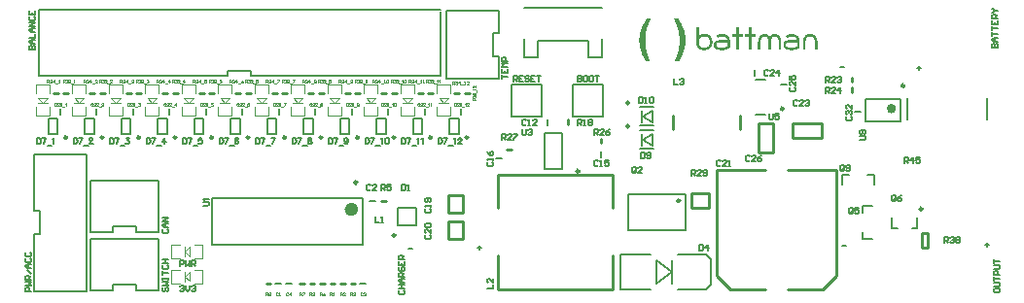
<source format=gto>
G04 Layer_Color=65535*
%FSAX25Y25*%
%MOIN*%
G70*
G01*
G75*
%ADD46C,0.01000*%
%ADD79C,0.00984*%
%ADD80C,0.02362*%
%ADD81C,0.01575*%
%ADD82C,0.00787*%
%ADD83C,0.00800*%
%ADD84C,0.00500*%
%ADD85C,0.00799*%
%ADD86C,0.00394*%
%ADD87C,0.00300*%
G36*
X0802217Y0628739D02*
X0802296D01*
X0802392Y0628721D01*
X0802506Y0628704D01*
X0802637Y0628686D01*
X0802769Y0628651D01*
X0802917Y0628616D01*
X0803066Y0628564D01*
X0803215Y0628503D01*
X0803372Y0628433D01*
X0803521Y0628345D01*
X0803670Y0628240D01*
X0803801Y0628126D01*
X0803932Y0627995D01*
X0803941Y0627986D01*
X0803959Y0627960D01*
X0803994Y0627916D01*
X0804037Y0627855D01*
X0804090Y0627785D01*
X0804142Y0627689D01*
X0804204Y0627584D01*
X0804265Y0627461D01*
X0804326Y0627321D01*
X0804387Y0627173D01*
X0804440Y0626998D01*
X0804492Y0626814D01*
X0804536Y0626621D01*
X0804571Y0626411D01*
X0804589Y0626184D01*
X0804597Y0625948D01*
Y0623200D01*
X0803696D01*
Y0625948D01*
Y0625956D01*
Y0625991D01*
Y0626035D01*
X0803687Y0626105D01*
Y0626184D01*
X0803679Y0626271D01*
X0803661Y0626368D01*
X0803644Y0626473D01*
X0803600Y0626709D01*
X0803521Y0626945D01*
X0803425Y0627164D01*
X0803355Y0627269D01*
X0803285Y0627365D01*
X0803276Y0627374D01*
X0803267Y0627383D01*
X0803241Y0627409D01*
X0803206Y0627444D01*
X0803171Y0627479D01*
X0803119Y0627523D01*
X0803057Y0627566D01*
X0802987Y0627610D01*
X0802909Y0627654D01*
X0802821Y0627698D01*
X0802725Y0627741D01*
X0802620Y0627776D01*
X0802506Y0627811D01*
X0802375Y0627838D01*
X0802244Y0627846D01*
X0802104Y0627855D01*
X0802034D01*
X0801972Y0627846D01*
X0801911Y0627838D01*
X0801832Y0627829D01*
X0801666Y0627794D01*
X0801474Y0627733D01*
X0801272Y0627645D01*
X0801176Y0627593D01*
X0801080Y0627531D01*
X0800992Y0627453D01*
X0800914Y0627365D01*
Y0627356D01*
X0800896Y0627339D01*
X0800879Y0627313D01*
X0800852Y0627278D01*
X0800817Y0627225D01*
X0800782Y0627164D01*
X0800747Y0627094D01*
X0800712Y0627006D01*
X0800677Y0626910D01*
X0800642Y0626805D01*
X0800607Y0626691D01*
X0800572Y0626560D01*
X0800546Y0626429D01*
X0800529Y0626280D01*
X0800520Y0626114D01*
X0800511Y0625948D01*
Y0623200D01*
X0799610D01*
Y0625948D01*
Y0625965D01*
Y0626009D01*
X0799619Y0626070D01*
Y0626166D01*
X0799627Y0626271D01*
X0799645Y0626403D01*
X0799662Y0626543D01*
X0799689Y0626700D01*
X0799724Y0626858D01*
X0799767Y0627024D01*
X0799820Y0627199D01*
X0799881Y0627365D01*
X0799960Y0627540D01*
X0800047Y0627706D01*
X0800144Y0627855D01*
X0800257Y0628004D01*
X0800266Y0628013D01*
X0800292Y0628039D01*
X0800327Y0628074D01*
X0800380Y0628118D01*
X0800450Y0628179D01*
X0800529Y0628240D01*
X0800625Y0628310D01*
X0800739Y0628380D01*
X0800861Y0628441D01*
X0801001Y0628511D01*
X0801150Y0628573D01*
X0801316Y0628634D01*
X0801491Y0628678D01*
X0801684Y0628713D01*
X0801885Y0628739D01*
X0802104Y0628748D01*
X0802156D01*
X0802217Y0628739D01*
D02*
G37*
G36*
X0795848Y0628756D02*
X0795935D01*
X0796049Y0628739D01*
X0796180Y0628721D01*
X0796320Y0628704D01*
X0796478Y0628669D01*
X0796635Y0628634D01*
X0796810Y0628581D01*
X0796976Y0628520D01*
X0797151Y0628450D01*
X0797326Y0628363D01*
X0797484Y0628258D01*
X0797641Y0628144D01*
X0797790Y0628013D01*
X0797799Y0628004D01*
X0797825Y0627978D01*
X0797860Y0627934D01*
X0797904Y0627873D01*
X0797965Y0627803D01*
X0798026Y0627706D01*
X0798096Y0627601D01*
X0798166Y0627479D01*
X0798228Y0627339D01*
X0798298Y0627181D01*
X0798359Y0627015D01*
X0798420Y0626831D01*
X0798464Y0626630D01*
X0798499Y0626420D01*
X0798525Y0626193D01*
X0798534Y0625956D01*
Y0624775D01*
Y0624766D01*
Y0624740D01*
Y0624705D01*
X0798525Y0624644D01*
X0798516Y0624582D01*
X0798499Y0624495D01*
X0798472Y0624407D01*
X0798446Y0624302D01*
Y0624294D01*
X0798429Y0624259D01*
X0798403Y0624197D01*
X0798368Y0624127D01*
X0798315Y0624049D01*
X0798245Y0623952D01*
X0798158Y0623856D01*
X0798053Y0623760D01*
X0798035Y0623751D01*
X0798000Y0623716D01*
X0797930Y0623672D01*
X0797834Y0623611D01*
X0797711Y0623541D01*
X0797571Y0623471D01*
X0797396Y0623401D01*
X0797204Y0623331D01*
X0797195D01*
X0797178Y0623322D01*
X0797151Y0623314D01*
X0797108Y0623305D01*
X0797046Y0623287D01*
X0796976Y0623279D01*
X0796898Y0623261D01*
X0796810Y0623244D01*
X0796714Y0623226D01*
X0796600Y0623209D01*
X0796478Y0623200D01*
X0796346Y0623182D01*
X0796198Y0623174D01*
X0796049Y0623165D01*
X0795891Y0623156D01*
X0795559D01*
X0795480Y0623165D01*
X0795393D01*
X0795288Y0623174D01*
X0795183Y0623182D01*
X0794946Y0623200D01*
X0794693Y0623226D01*
X0794448Y0623270D01*
X0794334Y0623305D01*
X0794229Y0623331D01*
X0794220D01*
X0794203Y0623340D01*
X0794176Y0623349D01*
X0794141Y0623366D01*
X0794036Y0623401D01*
X0793914Y0623454D01*
X0793783Y0623515D01*
X0793643Y0623585D01*
X0793503Y0623672D01*
X0793380Y0623760D01*
X0793371Y0623769D01*
X0793336Y0623804D01*
X0793284Y0623856D01*
X0793223Y0623926D01*
X0793153Y0624005D01*
X0793091Y0624101D01*
X0793039Y0624197D01*
X0792995Y0624302D01*
Y0624311D01*
X0792978Y0624346D01*
X0792969Y0624399D01*
X0792951Y0624469D01*
X0792934Y0624539D01*
X0792925Y0624617D01*
X0792907Y0624775D01*
Y0624784D01*
Y0624801D01*
Y0624836D01*
Y0624880D01*
X0792916Y0624932D01*
Y0624994D01*
X0792934Y0625134D01*
X0792960Y0625291D01*
X0792995Y0625457D01*
X0793039Y0625615D01*
X0793109Y0625764D01*
X0793118Y0625781D01*
X0793144Y0625825D01*
X0793188Y0625886D01*
X0793249Y0625974D01*
X0793328Y0626061D01*
X0793415Y0626149D01*
X0793529Y0626236D01*
X0793643Y0626315D01*
X0793660Y0626324D01*
X0793704Y0626350D01*
X0793774Y0626376D01*
X0793870Y0626420D01*
X0793984Y0626455D01*
X0794115Y0626499D01*
X0794273Y0626525D01*
X0794430Y0626551D01*
X0794448D01*
X0794474Y0626560D01*
X0794509D01*
X0794596Y0626569D01*
X0794719Y0626578D01*
X0794859Y0626586D01*
X0795025Y0626595D01*
X0795191Y0626604D01*
X0797580D01*
Y0626613D01*
X0797571Y0626630D01*
X0797563Y0626656D01*
X0797554Y0626700D01*
X0797510Y0626796D01*
X0797458Y0626928D01*
X0797379Y0627076D01*
X0797274Y0627225D01*
X0797143Y0627374D01*
X0796985Y0627514D01*
X0796976D01*
X0796968Y0627531D01*
X0796941Y0627549D01*
X0796898Y0627566D01*
X0796854Y0627601D01*
X0796793Y0627628D01*
X0796731Y0627663D01*
X0796653Y0627698D01*
X0796565Y0627724D01*
X0796469Y0627759D01*
X0796364Y0627794D01*
X0796259Y0627820D01*
X0796005Y0627855D01*
X0795716Y0627873D01*
X0795638D01*
X0795585Y0627864D01*
X0795515D01*
X0795428Y0627855D01*
X0795340Y0627838D01*
X0795244Y0627820D01*
X0795025Y0627776D01*
X0794789Y0627698D01*
X0794553Y0627601D01*
X0794439Y0627531D01*
X0794325Y0627461D01*
X0793818Y0628126D01*
X0793826Y0628135D01*
X0793853Y0628153D01*
X0793896Y0628188D01*
X0793958Y0628223D01*
X0794028Y0628275D01*
X0794124Y0628328D01*
X0794229Y0628389D01*
X0794343Y0628450D01*
X0794474Y0628503D01*
X0794623Y0628564D01*
X0794780Y0628616D01*
X0794946Y0628669D01*
X0795121Y0628704D01*
X0795314Y0628739D01*
X0795506Y0628756D01*
X0795716Y0628765D01*
X0795778D01*
X0795848Y0628756D01*
D02*
G37*
G36*
X0777700Y0628695D02*
X0779152D01*
Y0628599D01*
Y0627803D01*
X0777700D01*
Y0623200D01*
X0776799D01*
Y0627803D01*
X0775364D01*
Y0628695D01*
X0776799D01*
Y0631093D01*
X0777700D01*
Y0628695D01*
D02*
G37*
G36*
X0781935D02*
X0783388D01*
Y0628599D01*
Y0627803D01*
X0781935D01*
Y0623200D01*
X0781034D01*
Y0627803D01*
X0779599D01*
Y0628695D01*
X0781034D01*
Y0631093D01*
X0781935D01*
Y0628695D01*
D02*
G37*
G36*
X0771986Y0628756D02*
X0772074D01*
X0772188Y0628739D01*
X0772319Y0628721D01*
X0772459Y0628704D01*
X0772616Y0628669D01*
X0772774Y0628634D01*
X0772949Y0628581D01*
X0773115Y0628520D01*
X0773290Y0628450D01*
X0773465Y0628363D01*
X0773623Y0628258D01*
X0773780Y0628144D01*
X0773929Y0628013D01*
X0773938Y0628004D01*
X0773964Y0627978D01*
X0773999Y0627934D01*
X0774043Y0627873D01*
X0774104Y0627803D01*
X0774165Y0627706D01*
X0774235Y0627601D01*
X0774305Y0627479D01*
X0774366Y0627339D01*
X0774436Y0627181D01*
X0774498Y0627015D01*
X0774559Y0626831D01*
X0774603Y0626630D01*
X0774638Y0626420D01*
X0774664Y0626193D01*
X0774673Y0625956D01*
Y0624775D01*
Y0624766D01*
Y0624740D01*
Y0624705D01*
X0774664Y0624644D01*
X0774655Y0624582D01*
X0774638Y0624495D01*
X0774611Y0624407D01*
X0774585Y0624302D01*
Y0624294D01*
X0774568Y0624259D01*
X0774541Y0624197D01*
X0774506Y0624127D01*
X0774454Y0624049D01*
X0774384Y0623952D01*
X0774296Y0623856D01*
X0774191Y0623760D01*
X0774174Y0623751D01*
X0774139Y0623716D01*
X0774069Y0623672D01*
X0773973Y0623611D01*
X0773850Y0623541D01*
X0773710Y0623471D01*
X0773535Y0623401D01*
X0773343Y0623331D01*
X0773334D01*
X0773316Y0623322D01*
X0773290Y0623314D01*
X0773246Y0623305D01*
X0773185Y0623287D01*
X0773115Y0623279D01*
X0773036Y0623261D01*
X0772949Y0623244D01*
X0772853Y0623226D01*
X0772739Y0623209D01*
X0772616Y0623200D01*
X0772485Y0623182D01*
X0772336Y0623174D01*
X0772188Y0623165D01*
X0772030Y0623156D01*
X0771698D01*
X0771619Y0623165D01*
X0771531D01*
X0771426Y0623174D01*
X0771321Y0623182D01*
X0771085Y0623200D01*
X0770831Y0623226D01*
X0770586Y0623270D01*
X0770472Y0623305D01*
X0770367Y0623331D01*
X0770359D01*
X0770341Y0623340D01*
X0770315Y0623349D01*
X0770280Y0623366D01*
X0770175Y0623401D01*
X0770052Y0623454D01*
X0769921Y0623515D01*
X0769781Y0623585D01*
X0769641Y0623672D01*
X0769519Y0623760D01*
X0769510Y0623769D01*
X0769475Y0623804D01*
X0769422Y0623856D01*
X0769361Y0623926D01*
X0769291Y0624005D01*
X0769230Y0624101D01*
X0769177Y0624197D01*
X0769134Y0624302D01*
Y0624311D01*
X0769116Y0624346D01*
X0769107Y0624399D01*
X0769090Y0624469D01*
X0769072Y0624539D01*
X0769064Y0624617D01*
X0769046Y0624775D01*
Y0624784D01*
Y0624801D01*
Y0624836D01*
Y0624880D01*
X0769055Y0624932D01*
Y0624994D01*
X0769072Y0625134D01*
X0769099Y0625291D01*
X0769134Y0625457D01*
X0769177Y0625615D01*
X0769247Y0625764D01*
X0769256Y0625781D01*
X0769282Y0625825D01*
X0769326Y0625886D01*
X0769387Y0625974D01*
X0769466Y0626061D01*
X0769554Y0626149D01*
X0769667Y0626236D01*
X0769781Y0626315D01*
X0769799Y0626324D01*
X0769842Y0626350D01*
X0769912Y0626376D01*
X0770009Y0626420D01*
X0770122Y0626455D01*
X0770254Y0626499D01*
X0770411Y0626525D01*
X0770569Y0626551D01*
X0770586D01*
X0770612Y0626560D01*
X0770647D01*
X0770735Y0626569D01*
X0770857Y0626578D01*
X0770997Y0626586D01*
X0771164Y0626595D01*
X0771330Y0626604D01*
X0773719D01*
Y0626613D01*
X0773710Y0626630D01*
X0773701Y0626656D01*
X0773693Y0626700D01*
X0773649Y0626796D01*
X0773596Y0626928D01*
X0773518Y0627076D01*
X0773413Y0627225D01*
X0773281Y0627374D01*
X0773124Y0627514D01*
X0773115D01*
X0773106Y0627531D01*
X0773080Y0627549D01*
X0773036Y0627566D01*
X0772993Y0627601D01*
X0772931Y0627628D01*
X0772870Y0627663D01*
X0772791Y0627698D01*
X0772704Y0627724D01*
X0772608Y0627759D01*
X0772503Y0627794D01*
X0772398Y0627820D01*
X0772144Y0627855D01*
X0771855Y0627873D01*
X0771776D01*
X0771724Y0627864D01*
X0771654D01*
X0771566Y0627855D01*
X0771479Y0627838D01*
X0771383Y0627820D01*
X0771164Y0627776D01*
X0770927Y0627698D01*
X0770691Y0627601D01*
X0770577Y0627531D01*
X0770464Y0627461D01*
X0769956Y0628126D01*
X0769965Y0628135D01*
X0769991Y0628153D01*
X0770035Y0628188D01*
X0770096Y0628223D01*
X0770166Y0628275D01*
X0770262Y0628328D01*
X0770367Y0628389D01*
X0770481Y0628450D01*
X0770612Y0628503D01*
X0770761Y0628564D01*
X0770919Y0628616D01*
X0771085Y0628669D01*
X0771260Y0628704D01*
X0771453Y0628739D01*
X0771645Y0628756D01*
X0771855Y0628765D01*
X0771916D01*
X0771986Y0628756D01*
D02*
G37*
G36*
X0747391Y0633889D02*
X0747380Y0633878D01*
X0747369Y0633845D01*
X0747347Y0633802D01*
X0747326Y0633747D01*
X0747293Y0633671D01*
X0747216Y0633517D01*
X0747140Y0633310D01*
X0747041Y0633080D01*
X0746932Y0632818D01*
X0746823Y0632534D01*
X0746702Y0632239D01*
X0746582Y0631922D01*
X0746342Y0631255D01*
X0746123Y0630588D01*
X0746025Y0630271D01*
X0745948Y0629954D01*
Y0629932D01*
X0745927Y0629878D01*
X0745916Y0629790D01*
X0745883Y0629670D01*
X0745861Y0629517D01*
X0745828Y0629342D01*
X0745784Y0629145D01*
X0745752Y0628916D01*
X0745719Y0628664D01*
X0745675Y0628402D01*
X0745642Y0628118D01*
X0745620Y0627812D01*
X0745588Y0627506D01*
X0745577Y0627178D01*
X0745555Y0626511D01*
Y0626500D01*
Y0626457D01*
Y0626391D01*
Y0626293D01*
X0745566Y0626183D01*
Y0626041D01*
X0745577Y0625888D01*
X0745588Y0625724D01*
X0745599Y0625528D01*
X0745610Y0625331D01*
X0745631Y0625123D01*
X0745653Y0624894D01*
X0745708Y0624435D01*
X0745784Y0623943D01*
Y0623932D01*
X0745795Y0623888D01*
X0745806Y0623812D01*
X0745828Y0623724D01*
X0745850Y0623604D01*
X0745883Y0623462D01*
X0745916Y0623309D01*
X0745948Y0623145D01*
X0745992Y0622959D01*
X0746036Y0622762D01*
X0746145Y0622336D01*
X0746276Y0621899D01*
X0746418Y0621451D01*
Y0621440D01*
X0746429Y0621418D01*
X0746451Y0621374D01*
X0746473Y0621309D01*
X0746506Y0621221D01*
X0746538Y0621134D01*
X0746582Y0621013D01*
X0746637Y0620882D01*
X0746702Y0620729D01*
X0746768Y0620565D01*
X0746845Y0620380D01*
X0746932Y0620183D01*
X0747030Y0619964D01*
X0747129Y0619724D01*
X0747249Y0619472D01*
X0747369Y0619210D01*
X0745894D01*
X0745883Y0619232D01*
X0745839Y0619287D01*
X0745784Y0619385D01*
X0745697Y0619516D01*
X0745599Y0619680D01*
X0745489Y0619866D01*
X0745358Y0620084D01*
X0745227Y0620336D01*
X0745085Y0620598D01*
X0744943Y0620882D01*
X0744790Y0621188D01*
X0744637Y0621505D01*
X0744495Y0621833D01*
X0744352Y0622172D01*
X0744221Y0622522D01*
X0744101Y0622872D01*
Y0622883D01*
X0744090Y0622893D01*
X0744079Y0622959D01*
X0744046Y0623057D01*
X0744003Y0623200D01*
X0743959Y0623363D01*
X0743915Y0623571D01*
X0743861Y0623790D01*
X0743806Y0624041D01*
X0743741Y0624314D01*
X0743686Y0624610D01*
X0743642Y0624916D01*
X0743598Y0625233D01*
X0743522Y0625888D01*
X0743511Y0626216D01*
X0743500Y0626555D01*
Y0626566D01*
Y0626577D01*
Y0626610D01*
Y0626653D01*
Y0626708D01*
Y0626774D01*
X0743511Y0626927D01*
X0743522Y0627123D01*
X0743544Y0627353D01*
X0743566Y0627615D01*
X0743598Y0627910D01*
X0743631Y0628216D01*
X0743686Y0628544D01*
X0743741Y0628894D01*
X0743817Y0629255D01*
X0743904Y0629615D01*
X0744003Y0629998D01*
X0744123Y0630370D01*
X0744254Y0630741D01*
X0744265Y0630763D01*
X0744287Y0630818D01*
X0744320Y0630905D01*
X0744374Y0631025D01*
X0744440Y0631178D01*
X0744517Y0631353D01*
X0744604Y0631561D01*
X0744713Y0631780D01*
X0744823Y0632009D01*
X0744954Y0632261D01*
X0745085Y0632523D01*
X0745238Y0632796D01*
X0745566Y0633343D01*
X0745927Y0633900D01*
X0747391D01*
Y0633889D01*
D02*
G37*
G36*
X0756976Y0633878D02*
X0757019Y0633823D01*
X0757074Y0633736D01*
X0757150Y0633616D01*
X0757249Y0633463D01*
X0757358Y0633277D01*
X0757489Y0633069D01*
X0757620Y0632840D01*
X0757762Y0632588D01*
X0757905Y0632326D01*
X0758058Y0632031D01*
X0758200Y0631725D01*
X0758342Y0631408D01*
X0758484Y0631080D01*
X0758626Y0630741D01*
X0758746Y0630402D01*
X0758757Y0630380D01*
X0758779Y0630315D01*
X0758801Y0630217D01*
X0758845Y0630085D01*
X0758899Y0629921D01*
X0758954Y0629725D01*
X0759009Y0629495D01*
X0759074Y0629244D01*
X0759129Y0628981D01*
X0759183Y0628686D01*
X0759238Y0628380D01*
X0759293Y0628052D01*
X0759336Y0627725D01*
X0759358Y0627375D01*
X0759380Y0627025D01*
X0759391Y0626675D01*
Y0626653D01*
Y0626599D01*
Y0626511D01*
X0759380Y0626402D01*
Y0626249D01*
X0759369Y0626074D01*
X0759347Y0625877D01*
X0759326Y0625648D01*
X0759304Y0625407D01*
X0759271Y0625134D01*
X0759227Y0624850D01*
X0759183Y0624555D01*
X0759118Y0624238D01*
X0759052Y0623921D01*
X0758976Y0623582D01*
X0758888Y0623243D01*
Y0623232D01*
X0758877Y0623221D01*
Y0623189D01*
X0758866Y0623156D01*
X0758823Y0623046D01*
X0758779Y0622893D01*
X0758713Y0622708D01*
X0758637Y0622500D01*
X0758549Y0622249D01*
X0758440Y0621975D01*
X0758309Y0621680D01*
X0758178Y0621363D01*
X0758025Y0621035D01*
X0757850Y0620686D01*
X0757664Y0620325D01*
X0757467Y0619953D01*
X0757249Y0619582D01*
X0757008Y0619210D01*
X0755522D01*
X0755533Y0619221D01*
X0755555Y0619276D01*
X0755577Y0619341D01*
X0755620Y0619440D01*
X0755675Y0619549D01*
X0755729Y0619680D01*
X0755795Y0619822D01*
X0755872Y0619986D01*
X0756014Y0620325D01*
X0756156Y0620675D01*
X0756298Y0621013D01*
X0756353Y0621167D01*
X0756407Y0621309D01*
Y0621320D01*
X0756418Y0621341D01*
X0756429Y0621385D01*
X0756451Y0621440D01*
X0756473Y0621505D01*
X0756506Y0621582D01*
X0756527Y0621680D01*
X0756571Y0621790D01*
X0756604Y0621899D01*
X0756637Y0622030D01*
X0756724Y0622314D01*
X0756801Y0622631D01*
X0756888Y0622970D01*
Y0622981D01*
X0756899Y0623014D01*
X0756910Y0623057D01*
X0756921Y0623134D01*
X0756943Y0623210D01*
X0756965Y0623309D01*
X0756987Y0623429D01*
X0757008Y0623549D01*
X0757063Y0623822D01*
X0757118Y0624129D01*
X0757172Y0624445D01*
X0757216Y0624762D01*
Y0624773D01*
Y0624806D01*
X0757227Y0624850D01*
X0757238Y0624916D01*
Y0624992D01*
X0757249Y0625079D01*
X0757260Y0625189D01*
X0757271Y0625298D01*
X0757293Y0625560D01*
X0757303Y0625855D01*
X0757325Y0626183D01*
Y0626511D01*
Y0626533D01*
Y0626588D01*
Y0626686D01*
X0757314Y0626817D01*
Y0626981D01*
X0757303Y0627167D01*
X0757293Y0627386D01*
X0757282Y0627626D01*
X0757260Y0627878D01*
X0757227Y0628151D01*
X0757194Y0628435D01*
X0757161Y0628730D01*
X0757063Y0629342D01*
X0756932Y0629954D01*
Y0629976D01*
X0756910Y0630031D01*
X0756888Y0630118D01*
X0756855Y0630249D01*
X0756812Y0630402D01*
X0756757Y0630588D01*
X0756680Y0630807D01*
X0756604Y0631058D01*
X0756517Y0631331D01*
X0756407Y0631637D01*
X0756298Y0631954D01*
X0756167Y0632304D01*
X0756014Y0632676D01*
X0755861Y0633069D01*
X0755686Y0633474D01*
X0755500Y0633900D01*
X0756965D01*
X0756976Y0633878D01*
D02*
G37*
G36*
X0763901Y0628021D02*
X0763910Y0628039D01*
X0763936Y0628074D01*
X0763989Y0628135D01*
X0764059Y0628205D01*
X0764146Y0628293D01*
X0764269Y0628380D01*
X0764418Y0628468D01*
X0764601Y0628546D01*
X0764610D01*
X0764628Y0628555D01*
X0764654Y0628564D01*
X0764698Y0628581D01*
X0764750Y0628590D01*
X0764803Y0628608D01*
X0764873Y0628625D01*
X0764951Y0628651D01*
X0765135Y0628686D01*
X0765336Y0628713D01*
X0765564Y0628739D01*
X0765809Y0628748D01*
X0765870D01*
X0765940Y0628739D01*
X0766027D01*
X0766141Y0628721D01*
X0766264Y0628713D01*
X0766404Y0628686D01*
X0766561Y0628651D01*
X0766727Y0628616D01*
X0766894Y0628564D01*
X0767060Y0628503D01*
X0767235Y0628433D01*
X0767401Y0628345D01*
X0767567Y0628249D01*
X0767725Y0628135D01*
X0767865Y0628004D01*
X0767874Y0627995D01*
X0767900Y0627969D01*
X0767935Y0627925D01*
X0767979Y0627873D01*
X0768040Y0627794D01*
X0768101Y0627698D01*
X0768171Y0627593D01*
X0768241Y0627470D01*
X0768302Y0627330D01*
X0768372Y0627181D01*
X0768434Y0627006D01*
X0768495Y0626823D01*
X0768539Y0626630D01*
X0768574Y0626411D01*
X0768600Y0626193D01*
X0768609Y0625948D01*
Y0625930D01*
Y0625886D01*
X0768600Y0625825D01*
Y0625729D01*
X0768582Y0625615D01*
X0768574Y0625492D01*
X0768547Y0625352D01*
X0768512Y0625195D01*
X0768477Y0625029D01*
X0768425Y0624862D01*
X0768364Y0624696D01*
X0768294Y0624521D01*
X0768206Y0624355D01*
X0768110Y0624189D01*
X0767996Y0624040D01*
X0767865Y0623891D01*
X0767856Y0623882D01*
X0767830Y0623856D01*
X0767786Y0623821D01*
X0767734Y0623777D01*
X0767655Y0623725D01*
X0767559Y0623655D01*
X0767454Y0623594D01*
X0767331Y0623524D01*
X0767191Y0623454D01*
X0767042Y0623392D01*
X0766867Y0623331D01*
X0766684Y0623270D01*
X0766491Y0623226D01*
X0766272Y0623191D01*
X0766054Y0623165D01*
X0765809Y0623156D01*
X0765747D01*
X0765677Y0623165D01*
X0765590D01*
X0765476Y0623182D01*
X0765345Y0623191D01*
X0765205Y0623217D01*
X0765048Y0623252D01*
X0764890Y0623287D01*
X0764715Y0623340D01*
X0764549Y0623392D01*
X0764374Y0623462D01*
X0764199Y0623550D01*
X0764041Y0623646D01*
X0763884Y0623760D01*
X0763735Y0623891D01*
X0763726Y0623900D01*
X0763700Y0623926D01*
X0763665Y0623970D01*
X0763621Y0624031D01*
X0763569Y0624101D01*
X0763499Y0624197D01*
X0763438Y0624302D01*
X0763368Y0624425D01*
X0763298Y0624565D01*
X0763236Y0624714D01*
X0763175Y0624889D01*
X0763114Y0625072D01*
X0763070Y0625265D01*
X0763035Y0625484D01*
X0763009Y0625711D01*
X0763000Y0625948D01*
Y0631084D01*
X0763901D01*
Y0628021D01*
D02*
G37*
G36*
X0790099Y0628739D02*
X0790169D01*
X0790256Y0628721D01*
X0790352Y0628704D01*
X0790466Y0628686D01*
X0790589Y0628651D01*
X0790720Y0628616D01*
X0790851Y0628564D01*
X0790991Y0628503D01*
X0791122Y0628433D01*
X0791254Y0628345D01*
X0791385Y0628240D01*
X0791507Y0628126D01*
X0791621Y0627995D01*
X0791630Y0627986D01*
X0791647Y0627960D01*
X0791674Y0627916D01*
X0791717Y0627855D01*
X0791761Y0627785D01*
X0791805Y0627689D01*
X0791857Y0627584D01*
X0791919Y0627461D01*
X0791971Y0627321D01*
X0792024Y0627173D01*
X0792067Y0626998D01*
X0792120Y0626814D01*
X0792155Y0626621D01*
X0792181Y0626411D01*
X0792199Y0626184D01*
X0792207Y0625948D01*
Y0623200D01*
X0791315D01*
Y0625948D01*
Y0625956D01*
Y0625991D01*
Y0626053D01*
X0791306Y0626123D01*
Y0626210D01*
X0791297Y0626315D01*
X0791280Y0626429D01*
X0791262Y0626551D01*
Y0626569D01*
X0791254Y0626613D01*
X0791245Y0626674D01*
X0791219Y0626761D01*
X0791192Y0626858D01*
X0791166Y0626963D01*
X0791122Y0627068D01*
X0791070Y0627181D01*
X0791061Y0627199D01*
X0791044Y0627234D01*
X0791009Y0627286D01*
X0790965Y0627356D01*
X0790912Y0627426D01*
X0790842Y0627514D01*
X0790764Y0627593D01*
X0790676Y0627663D01*
X0790667Y0627671D01*
X0790632Y0627689D01*
X0790571Y0627724D01*
X0790492Y0627759D01*
X0790396Y0627794D01*
X0790282Y0627829D01*
X0790142Y0627846D01*
X0789994Y0627855D01*
X0789924D01*
X0789845Y0627846D01*
X0789740Y0627829D01*
X0789635Y0627811D01*
X0789521Y0627776D01*
X0789407Y0627724D01*
X0789302Y0627663D01*
X0789294Y0627654D01*
X0789259Y0627628D01*
X0789215Y0627593D01*
X0789154Y0627531D01*
X0789092Y0627461D01*
X0789022Y0627383D01*
X0788961Y0627286D01*
X0788900Y0627181D01*
X0788891Y0627173D01*
X0788874Y0627129D01*
X0788856Y0627076D01*
X0788821Y0626998D01*
X0788795Y0626901D01*
X0788760Y0626796D01*
X0788734Y0626674D01*
X0788707Y0626551D01*
Y0626534D01*
X0788699Y0626499D01*
X0788690Y0626429D01*
Y0626350D01*
X0788681Y0626254D01*
X0788672Y0626158D01*
X0788664Y0625948D01*
Y0623200D01*
X0787762D01*
Y0625948D01*
Y0625956D01*
Y0625991D01*
Y0626053D01*
X0787754Y0626123D01*
Y0626210D01*
X0787745Y0626315D01*
X0787727Y0626429D01*
X0787710Y0626551D01*
Y0626569D01*
X0787701Y0626613D01*
X0787692Y0626674D01*
X0787675Y0626761D01*
X0787649Y0626858D01*
X0787614Y0626963D01*
X0787579Y0627068D01*
X0787526Y0627181D01*
X0787517Y0627199D01*
X0787500Y0627234D01*
X0787465Y0627286D01*
X0787421Y0627356D01*
X0787369Y0627426D01*
X0787299Y0627514D01*
X0787220Y0627593D01*
X0787124Y0627663D01*
X0787115Y0627671D01*
X0787080Y0627689D01*
X0787019Y0627724D01*
X0786940Y0627759D01*
X0786844Y0627794D01*
X0786730Y0627829D01*
X0786590Y0627846D01*
X0786441Y0627855D01*
X0786371D01*
X0786293Y0627846D01*
X0786196Y0627829D01*
X0786083Y0627811D01*
X0785969Y0627776D01*
X0785855Y0627724D01*
X0785750Y0627663D01*
X0785741Y0627654D01*
X0785706Y0627628D01*
X0785663Y0627593D01*
X0785601Y0627531D01*
X0785540Y0627461D01*
X0785470Y0627383D01*
X0785409Y0627286D01*
X0785348Y0627181D01*
X0785339Y0627173D01*
X0785321Y0627129D01*
X0785304Y0627076D01*
X0785269Y0626998D01*
X0785243Y0626901D01*
X0785208Y0626796D01*
X0785181Y0626674D01*
X0785164Y0626551D01*
Y0626534D01*
X0785155Y0626499D01*
X0785146Y0626429D01*
Y0626350D01*
X0785138Y0626254D01*
X0785129Y0626158D01*
X0785120Y0625948D01*
Y0623200D01*
X0784219D01*
Y0625948D01*
Y0625965D01*
Y0626009D01*
Y0626070D01*
X0784228Y0626166D01*
X0784236Y0626271D01*
X0784254Y0626403D01*
X0784271Y0626543D01*
X0784289Y0626691D01*
X0784359Y0627024D01*
X0784403Y0627190D01*
X0784464Y0627365D01*
X0784525Y0627531D01*
X0784604Y0627698D01*
X0784691Y0627846D01*
X0784796Y0627995D01*
X0784805Y0628004D01*
X0784823Y0628030D01*
X0784858Y0628065D01*
X0784901Y0628109D01*
X0784963Y0628170D01*
X0785041Y0628231D01*
X0785120Y0628301D01*
X0785225Y0628371D01*
X0785330Y0628441D01*
X0785453Y0628511D01*
X0785593Y0628573D01*
X0785741Y0628634D01*
X0785899Y0628678D01*
X0786065Y0628713D01*
X0786249Y0628739D01*
X0786441Y0628748D01*
X0786546D01*
X0786608Y0628739D01*
X0786669Y0628730D01*
X0786826Y0628713D01*
X0787001Y0628678D01*
X0787185Y0628625D01*
X0787369Y0628555D01*
X0787552Y0628459D01*
X0787561D01*
X0787570Y0628450D01*
X0787596Y0628433D01*
X0787631Y0628406D01*
X0787710Y0628345D01*
X0787815Y0628258D01*
X0787920Y0628153D01*
X0788025Y0628021D01*
X0788130Y0627873D01*
X0788209Y0627706D01*
Y0627715D01*
X0788217Y0627724D01*
X0788226Y0627750D01*
X0788244Y0627785D01*
X0788296Y0627873D01*
X0788357Y0627978D01*
X0788454Y0628100D01*
X0788567Y0628223D01*
X0788699Y0628345D01*
X0788865Y0628459D01*
X0788874D01*
X0788891Y0628468D01*
X0788917Y0628485D01*
X0788952Y0628503D01*
X0788996Y0628529D01*
X0789049Y0628546D01*
X0789189Y0628608D01*
X0789355Y0628660D01*
X0789547Y0628704D01*
X0789757Y0628739D01*
X0789994Y0628748D01*
X0790037D01*
X0790099Y0628739D01*
D02*
G37*
%LPC*%
G36*
X0797633Y0625711D02*
X0795340D01*
X0795174Y0625702D01*
X0795008Y0625694D01*
X0794833Y0625685D01*
X0794675Y0625676D01*
X0794658D01*
X0794614Y0625667D01*
X0794544D01*
X0794456Y0625650D01*
X0794273Y0625615D01*
X0794185Y0625589D01*
X0794106Y0625554D01*
X0794098D01*
X0794080Y0625536D01*
X0794045Y0625510D01*
X0794010Y0625484D01*
X0793923Y0625396D01*
X0793888Y0625335D01*
X0793861Y0625274D01*
Y0625265D01*
X0793853Y0625239D01*
X0793844Y0625204D01*
X0793835Y0625142D01*
X0793826Y0625072D01*
X0793818Y0624994D01*
X0793809Y0624889D01*
Y0624775D01*
Y0624766D01*
Y0624740D01*
X0793818Y0624705D01*
X0793826Y0624661D01*
X0793844Y0624609D01*
X0793870Y0624556D01*
X0793905Y0624495D01*
X0793958Y0624442D01*
X0793966Y0624434D01*
X0793984Y0624425D01*
X0794019Y0624399D01*
X0794071Y0624364D01*
X0794133Y0624329D01*
X0794203Y0624294D01*
X0794290Y0624250D01*
X0794386Y0624215D01*
X0794395D01*
X0794439Y0624197D01*
X0794491Y0624189D01*
X0794570Y0624162D01*
X0794658Y0624145D01*
X0794763Y0624119D01*
X0794876Y0624101D01*
X0795008Y0624084D01*
X0795025D01*
X0795069Y0624075D01*
X0795139Y0624066D01*
X0795226D01*
X0795331Y0624057D01*
X0795454Y0624049D01*
X0795585Y0624040D01*
X0795848D01*
X0795944Y0624049D01*
X0796058D01*
X0796171Y0624057D01*
X0796434Y0624084D01*
X0796451D01*
X0796495Y0624092D01*
X0796556Y0624101D01*
X0796644Y0624119D01*
X0796740Y0624136D01*
X0796845Y0624154D01*
X0797055Y0624215D01*
X0797064Y0624224D01*
X0797099Y0624232D01*
X0797151Y0624250D01*
X0797213Y0624276D01*
X0797344Y0624355D01*
X0797414Y0624399D01*
X0797475Y0624442D01*
X0797484Y0624451D01*
X0797501Y0624469D01*
X0797528Y0624495D01*
X0797554Y0624539D01*
X0797580Y0624582D01*
X0797606Y0624644D01*
X0797624Y0624705D01*
X0797633Y0624775D01*
Y0625711D01*
D02*
G37*
G36*
X0773771D02*
X0771479D01*
X0771313Y0625702D01*
X0771146Y0625694D01*
X0770971Y0625685D01*
X0770814Y0625676D01*
X0770796D01*
X0770752Y0625667D01*
X0770682D01*
X0770595Y0625650D01*
X0770411Y0625615D01*
X0770324Y0625589D01*
X0770245Y0625554D01*
X0770236D01*
X0770219Y0625536D01*
X0770184Y0625510D01*
X0770149Y0625484D01*
X0770061Y0625396D01*
X0770026Y0625335D01*
X0770000Y0625274D01*
Y0625265D01*
X0769991Y0625239D01*
X0769982Y0625204D01*
X0769974Y0625142D01*
X0769965Y0625072D01*
X0769956Y0624994D01*
X0769947Y0624889D01*
Y0624775D01*
Y0624766D01*
Y0624740D01*
X0769956Y0624705D01*
X0769965Y0624661D01*
X0769982Y0624609D01*
X0770009Y0624556D01*
X0770044Y0624495D01*
X0770096Y0624442D01*
X0770105Y0624434D01*
X0770122Y0624425D01*
X0770157Y0624399D01*
X0770210Y0624364D01*
X0770271Y0624329D01*
X0770341Y0624294D01*
X0770429Y0624250D01*
X0770525Y0624215D01*
X0770534D01*
X0770577Y0624197D01*
X0770630Y0624189D01*
X0770709Y0624162D01*
X0770796Y0624145D01*
X0770901Y0624119D01*
X0771015Y0624101D01*
X0771146Y0624084D01*
X0771164D01*
X0771208Y0624075D01*
X0771278Y0624066D01*
X0771365D01*
X0771470Y0624057D01*
X0771593Y0624049D01*
X0771724Y0624040D01*
X0771986D01*
X0772083Y0624049D01*
X0772196D01*
X0772310Y0624057D01*
X0772573Y0624084D01*
X0772590D01*
X0772634Y0624092D01*
X0772695Y0624101D01*
X0772783Y0624119D01*
X0772879Y0624136D01*
X0772984Y0624154D01*
X0773194Y0624215D01*
X0773203Y0624224D01*
X0773238Y0624232D01*
X0773290Y0624250D01*
X0773351Y0624276D01*
X0773483Y0624355D01*
X0773553Y0624399D01*
X0773614Y0624442D01*
X0773623Y0624451D01*
X0773640Y0624469D01*
X0773666Y0624495D01*
X0773693Y0624539D01*
X0773719Y0624582D01*
X0773745Y0624644D01*
X0773763Y0624705D01*
X0773771Y0624775D01*
Y0625711D01*
D02*
G37*
G36*
X0765809Y0627855D02*
X0765721D01*
X0765651Y0627846D01*
X0765573Y0627838D01*
X0765485Y0627829D01*
X0765380Y0627811D01*
X0765275Y0627794D01*
X0765048Y0627741D01*
X0764811Y0627654D01*
X0764689Y0627601D01*
X0764584Y0627531D01*
X0764479Y0627461D01*
X0764383Y0627374D01*
X0764374Y0627365D01*
X0764365Y0627348D01*
X0764339Y0627321D01*
X0764304Y0627286D01*
X0764269Y0627234D01*
X0764234Y0627173D01*
X0764190Y0627103D01*
X0764146Y0627015D01*
X0764094Y0626919D01*
X0764050Y0626814D01*
X0764015Y0626700D01*
X0763980Y0626569D01*
X0763945Y0626429D01*
X0763919Y0626280D01*
X0763910Y0626123D01*
X0763901Y0625948D01*
Y0625939D01*
Y0625904D01*
Y0625860D01*
X0763910Y0625790D01*
X0763919Y0625711D01*
X0763928Y0625624D01*
X0763945Y0625519D01*
X0763963Y0625414D01*
X0764015Y0625186D01*
X0764103Y0624941D01*
X0764164Y0624827D01*
X0764225Y0624714D01*
X0764295Y0624609D01*
X0764383Y0624512D01*
X0764391Y0624504D01*
X0764409Y0624495D01*
X0764435Y0624469D01*
X0764470Y0624434D01*
X0764523Y0624399D01*
X0764584Y0624364D01*
X0764654Y0624320D01*
X0764741Y0624276D01*
X0764838Y0624224D01*
X0764943Y0624180D01*
X0765056Y0624145D01*
X0765188Y0624110D01*
X0765328Y0624075D01*
X0765476Y0624049D01*
X0765634Y0624040D01*
X0765809Y0624031D01*
X0765896D01*
X0765957Y0624040D01*
X0766036Y0624049D01*
X0766132Y0624057D01*
X0766229Y0624075D01*
X0766334Y0624092D01*
X0766561Y0624154D01*
X0766797Y0624241D01*
X0766911Y0624294D01*
X0767025Y0624364D01*
X0767130Y0624434D01*
X0767226Y0624521D01*
X0767235Y0624530D01*
X0767244Y0624547D01*
X0767270Y0624574D01*
X0767305Y0624609D01*
X0767340Y0624661D01*
X0767384Y0624722D01*
X0767427Y0624801D01*
X0767471Y0624880D01*
X0767515Y0624976D01*
X0767559Y0625081D01*
X0767602Y0625204D01*
X0767637Y0625326D01*
X0767672Y0625466D01*
X0767699Y0625615D01*
X0767707Y0625781D01*
X0767716Y0625948D01*
Y0625956D01*
Y0625991D01*
Y0626035D01*
X0767707Y0626105D01*
X0767699Y0626184D01*
X0767690Y0626271D01*
X0767672Y0626376D01*
X0767655Y0626481D01*
X0767594Y0626709D01*
X0767506Y0626945D01*
X0767454Y0627068D01*
X0767392Y0627173D01*
X0767314Y0627278D01*
X0767226Y0627374D01*
X0767217Y0627383D01*
X0767200Y0627391D01*
X0767174Y0627418D01*
X0767139Y0627453D01*
X0767086Y0627488D01*
X0767025Y0627523D01*
X0766946Y0627566D01*
X0766867Y0627619D01*
X0766771Y0627663D01*
X0766666Y0627706D01*
X0766552Y0627741D01*
X0766421Y0627776D01*
X0766281Y0627811D01*
X0766132Y0627838D01*
X0765975Y0627846D01*
X0765809Y0627855D01*
D02*
G37*
%LPD*%
D46*
X0770028Y0545752D02*
Y0581972D01*
Y0545752D02*
X0774752Y0541028D01*
X0810972Y0545752D02*
Y0581972D01*
X0806248Y0541028D02*
X0810972Y0545752D01*
X0794437Y0581972D02*
X0810972D01*
X0794437Y0541028D02*
X0806248D01*
X0774752D02*
X0786563D01*
X0770028Y0581972D02*
X0786563D01*
X0789500Y0588000D02*
Y0598000D01*
X0784500Y0588000D02*
Y0598000D01*
X0789500D01*
X0784500Y0588000D02*
X0789500D01*
X0777917Y0596138D02*
Y0600862D01*
X0755083Y0596138D02*
Y0600862D01*
X0730500Y0591213D02*
Y0592787D01*
X0698213Y0589000D02*
X0699787D01*
X0678000Y0558500D02*
Y0564500D01*
X0683000Y0558500D02*
Y0564500D01*
X0678000Y0558500D02*
X0683000D01*
X0678000Y0564500D02*
X0683000D01*
X0680213Y0608500D02*
X0681787D01*
X0667713D02*
X0669287D01*
X0655213D02*
X0656787D01*
X0642713D02*
X0644287D01*
X0630213D02*
X0631787D01*
X0617713D02*
X0619287D01*
X0605213D02*
X0606787D01*
X0592713D02*
X0594287D01*
X0580213D02*
X0581787D01*
X0567713D02*
X0569287D01*
X0555213D02*
X0556787D01*
X0542713D02*
X0544287D01*
X0630599Y0543173D02*
X0632173D01*
X0615573Y0543172D02*
X0617147D01*
X0627099Y0543173D02*
X0628674D01*
X0634101Y0543173D02*
X0635676D01*
X0655213Y0571500D02*
X0656787D01*
X0644573Y0543173D02*
X0646147D01*
X0641099D02*
X0642673D01*
X0637599Y0543172D02*
X0639174D01*
X0678000Y0567500D02*
Y0573500D01*
X0683000Y0567500D02*
Y0573500D01*
X0678000Y0567500D02*
X0683000D01*
X0678000Y0573500D02*
X0683000D01*
X0719000Y0597713D02*
Y0599287D01*
X0816500Y0608713D02*
Y0610287D01*
Y0612213D02*
Y0613787D01*
X0796000Y0593000D02*
X0806000D01*
X0796000Y0598000D02*
X0806000D01*
Y0593000D02*
Y0598000D01*
X0796000Y0593000D02*
Y0598000D01*
X0695070Y0569095D02*
Y0580512D01*
Y0541142D02*
Y0552559D01*
Y0541142D02*
X0734440D01*
Y0552559D01*
X0695070Y0580512D02*
X0734440D01*
Y0569095D02*
Y0580512D01*
X0683713Y0608500D02*
X0685287D01*
X0671213D02*
X0672787D01*
X0658713D02*
X0660287D01*
X0646213D02*
X0647787D01*
X0633713D02*
X0635287D01*
X0621213D02*
X0622787D01*
X0608713D02*
X0610287D01*
X0596213D02*
X0597787D01*
X0583713D02*
X0585287D01*
X0571213D02*
X0572787D01*
X0558713D02*
X0560287D01*
X0546213D02*
X0547787D01*
X0842500Y0555500D02*
Y0560500D01*
X0840500Y0555500D02*
Y0560500D01*
X0842500D01*
X0840500Y0555500D02*
X0842500D01*
X0761500Y0569000D02*
X0767500D01*
X0761500Y0574000D02*
X0767500D01*
Y0569000D02*
Y0574000D01*
X0761500Y0569000D02*
Y0574000D01*
D79*
X0840602Y0568653D02*
G03*
X0840602Y0568653I-0000492J0000000D01*
G01*
X0740055Y0597067D02*
G03*
X0740055Y0597067I-0000492J0000000D01*
G01*
Y0605067D02*
G03*
X0740055Y0605067I-0000492J0000000D01*
G01*
X0659925Y0559563D02*
G03*
X0659925Y0559563I-0000492J0000000D01*
G01*
X0646819Y0577787D02*
G03*
X0646819Y0577787I-0000492J0000000D01*
G01*
X0834382Y0610965D02*
G03*
X0834382Y0610965I-0000492J0000000D01*
G01*
X0792933Y0603063D02*
G03*
X0792933Y0603063I-0000492J0000000D01*
G01*
X0722957Y0581610D02*
G03*
X0722957Y0581610I-0000492J0000000D01*
G01*
X0684882Y0593201D02*
G03*
X0684882Y0593201I-0000492J0000000D01*
G01*
X0672382D02*
G03*
X0672382Y0593201I-0000492J0000000D01*
G01*
X0659882D02*
G03*
X0659882Y0593201I-0000492J0000000D01*
G01*
X0647382D02*
G03*
X0647382Y0593201I-0000492J0000000D01*
G01*
X0634882D02*
G03*
X0634882Y0593201I-0000492J0000000D01*
G01*
X0622382D02*
G03*
X0622382Y0593201I-0000492J0000000D01*
G01*
X0609882D02*
G03*
X0609882Y0593201I-0000492J0000000D01*
G01*
X0597382D02*
G03*
X0597382Y0593201I-0000492J0000000D01*
G01*
X0584882D02*
G03*
X0584882Y0593201I-0000492J0000000D01*
G01*
X0572382D02*
G03*
X0572382Y0593201I-0000492J0000000D01*
G01*
X0559882D02*
G03*
X0559882Y0593201I-0000492J0000000D01*
G01*
X0547382D02*
G03*
X0547382Y0593201I-0000492J0000000D01*
G01*
X0757492Y0571500D02*
G03*
X0757492Y0571500I-0000492J0000000D01*
G01*
D80*
X0646032Y0568535D02*
G03*
X0646032Y0568535I-0001181J0000000D01*
G01*
D81*
X0830740Y0603090D02*
G03*
X0830740Y0603090I-0000787J0000000D01*
G01*
D82*
X0838831Y0562020D02*
Y0565563D01*
X0836961Y0562020D02*
X0838831D01*
X0830169D02*
Y0565563D01*
Y0562020D02*
X0832039D01*
X0743638Y0589350D02*
X0748362D01*
X0743638Y0595650D02*
X0748362D01*
X0744425Y0590531D02*
Y0594468D01*
X0744819Y0592500D02*
X0747968Y0594468D01*
X0744819Y0592500D02*
X0747968Y0590531D01*
Y0594468D01*
X0743638Y0597350D02*
X0748362D01*
X0743638Y0603650D02*
X0748362D01*
X0744425Y0598531D02*
Y0602468D01*
X0744819Y0600500D02*
X0747968Y0602468D01*
X0744819Y0600500D02*
X0747968Y0598531D01*
Y0602468D01*
X0699882Y0600488D02*
X0710118D01*
Y0611512D01*
X0699882Y0600488D02*
Y0611512D01*
X0710118D01*
X0720882Y0600488D02*
X0731118D01*
Y0611512D01*
X0720882Y0600488D02*
Y0611512D01*
X0731118D01*
X0835221Y0599457D02*
Y0606543D01*
X0862780Y0599457D02*
Y0606543D01*
X0660850Y0569071D02*
X0667150D01*
Y0562929D02*
Y0569071D01*
X0660850Y0562929D02*
Y0569071D01*
Y0562929D02*
X0667150D01*
X0597213Y0556528D02*
Y0572472D01*
X0648787Y0556528D02*
Y0572472D01*
X0597213Y0556528D02*
X0648787D01*
X0597213Y0572472D02*
X0648787D01*
X0820898Y0606240D02*
X0833102D01*
X0820898Y0598760D02*
X0833102D01*
Y0606240D01*
X0820898Y0598760D02*
Y0606240D01*
X0783240Y0601094D02*
X0786760D01*
X0783240Y0612906D02*
X0786760D01*
X0711047Y0594602D02*
X0716953D01*
X0711047Y0582398D02*
X0716953D01*
X0711047D02*
Y0594602D01*
X0716953Y0582398D02*
Y0594602D01*
X0678425Y0594343D02*
X0681575D01*
X0678425Y0599657D02*
X0681575D01*
Y0594343D02*
Y0599657D01*
X0678425Y0594343D02*
Y0599657D01*
X0665925Y0594343D02*
X0669075D01*
X0665925Y0599657D02*
X0669075D01*
Y0594343D02*
Y0599657D01*
X0665925Y0594343D02*
Y0599657D01*
X0653425Y0594343D02*
X0656575D01*
X0653425Y0599657D02*
X0656575D01*
Y0594343D02*
Y0599657D01*
X0653425Y0594343D02*
Y0599657D01*
X0640925Y0594343D02*
X0644075D01*
X0640925Y0599657D02*
X0644075D01*
Y0594343D02*
Y0599657D01*
X0640925Y0594343D02*
Y0599657D01*
X0628425Y0594343D02*
X0631575D01*
X0628425Y0599657D02*
X0631575D01*
Y0594343D02*
Y0599657D01*
X0628425Y0594343D02*
Y0599657D01*
X0615925Y0594343D02*
X0619075D01*
X0615925Y0599657D02*
X0619075D01*
Y0594343D02*
Y0599657D01*
X0615925Y0594343D02*
Y0599657D01*
X0603425Y0594343D02*
X0606575D01*
X0603425Y0599657D02*
X0606575D01*
Y0594343D02*
Y0599657D01*
X0603425Y0594343D02*
Y0599657D01*
X0590925Y0594343D02*
X0594075D01*
X0590925Y0599657D02*
X0594075D01*
Y0594343D02*
Y0599657D01*
X0590925Y0594343D02*
Y0599657D01*
X0578425Y0594343D02*
X0581575D01*
X0578425Y0599657D02*
X0581575D01*
Y0594343D02*
Y0599657D01*
X0578425Y0594343D02*
Y0599657D01*
X0565925Y0594343D02*
X0569075D01*
X0565925Y0599657D02*
X0569075D01*
Y0594343D02*
Y0599657D01*
X0565925Y0594343D02*
Y0599657D01*
X0553425Y0594343D02*
X0556575D01*
X0553425Y0599657D02*
X0556575D01*
Y0594343D02*
Y0599657D01*
X0553425Y0594343D02*
Y0599657D01*
X0540925Y0594343D02*
X0544075D01*
X0540925Y0599657D02*
X0544075D01*
Y0594343D02*
Y0599657D01*
X0540925Y0594343D02*
Y0599657D01*
X0737039Y0540898D02*
Y0553102D01*
X0766370Y0540898D02*
X0768142Y0542669D01*
X0766370Y0553102D02*
X0768142Y0551331D01*
Y0542669D02*
Y0551331D01*
X0737039Y0540898D02*
X0747276D01*
X0737039Y0553102D02*
X0747276D01*
X0756724D02*
X0766370D01*
X0756724Y0540898D02*
X0766370D01*
X0749244Y0543063D02*
Y0550937D01*
X0754756Y0547000D01*
X0749244Y0543063D02*
X0754756Y0547000D01*
Y0543063D02*
Y0550937D01*
X0739657Y0561201D02*
Y0573799D01*
X0759342Y0561201D02*
Y0573799D01*
X0739657Y0561201D02*
X0759342D01*
X0739657Y0573799D02*
X0759342D01*
D83*
X0820200Y0569600D02*
X0823394D01*
X0820200Y0567200D02*
Y0569600D01*
Y0558488D02*
X0823394D01*
X0820200D02*
Y0560850D01*
X0675398Y0614445D02*
Y0636492D01*
X0675201Y0614248D02*
X0675398Y0614445D01*
X0610445Y0614248D02*
X0675201D01*
X0537602Y0636886D02*
X0675398D01*
X0537602Y0614248D02*
X0602445D01*
X0537602Y0614248D02*
Y0636886D01*
X0602508Y0616184D02*
X0610445D01*
Y0614216D02*
Y0616184D01*
X0602508Y0614216D02*
Y0616184D01*
X0536216Y0587425D02*
X0554000D01*
Y0540500D02*
Y0587425D01*
X0536216Y0540500D02*
Y0560000D01*
Y0567937D02*
Y0587425D01*
X0538184Y0560000D02*
Y0567937D01*
X0536216Y0560000D02*
X0538184D01*
X0536216Y0567937D02*
X0538184D01*
X0536216Y0540500D02*
X0554000D01*
X0555386Y0540716D02*
Y0558500D01*
X0578811D01*
X0570937Y0540716D02*
X0578811D01*
X0563063Y0542684D02*
X0570937D01*
Y0540716D02*
Y0542684D01*
X0563063Y0540716D02*
Y0542684D01*
X0578811Y0540716D02*
Y0558500D01*
X0677500Y0636811D02*
X0695284D01*
X0693316Y0621063D02*
X0695284D01*
X0693316Y0628937D02*
X0695284D01*
X0693316Y0621063D02*
Y0628937D01*
X0695284D02*
Y0636811D01*
X0677500Y0613386D02*
Y0636811D01*
Y0613386D02*
X0695284D01*
X0824100Y0577106D02*
Y0580300D01*
X0821700D02*
X0824100D01*
X0812988Y0577106D02*
Y0580300D01*
X0815350D01*
X0555449Y0560716D02*
Y0578500D01*
X0578874D01*
X0571000Y0560716D02*
X0578874D01*
X0563126Y0562684D02*
X0571000D01*
Y0560716D02*
Y0562684D01*
X0563126Y0560716D02*
Y0562684D01*
X0578874Y0560716D02*
Y0578500D01*
X0708800Y0620700D02*
Y0626200D01*
X0726161D01*
Y0620700D02*
Y0626200D01*
X0704100Y0637709D02*
X0730886D01*
X0704100Y0620700D02*
Y0627000D01*
Y0620700D02*
X0708800D01*
X0726161D02*
X0730886D01*
Y0627000D01*
D84*
X0730500Y0586500D02*
Y0588500D01*
X0622360Y0543098D02*
X0624360D01*
X0647860Y0543172D02*
X0649860D01*
X0618860Y0543098D02*
X0620860D01*
X0817500Y0601968D02*
X0819500D01*
X0682425Y0601000D02*
Y0603000D01*
X0669925Y0601000D02*
Y0603000D01*
X0657425Y0601000D02*
Y0603000D01*
X0644925Y0601000D02*
Y0603000D01*
X0632425Y0601000D02*
Y0603000D01*
X0619925Y0601000D02*
Y0603000D01*
X0607425Y0601000D02*
Y0603000D01*
X0594925Y0601000D02*
Y0603000D01*
X0582425Y0601000D02*
Y0603000D01*
X0570000Y0601000D02*
Y0603000D01*
X0557500Y0601000D02*
Y0603000D01*
X0545000Y0601000D02*
Y0603000D01*
X0651000Y0571500D02*
X0653000D01*
X0712000Y0597500D02*
Y0599500D01*
X0792000Y0611500D02*
X0794000D01*
X0783000Y0614500D02*
Y0616500D01*
X0694500Y0586000D02*
X0696500D01*
X0691834Y0584833D02*
X0691501Y0584500D01*
Y0583833D01*
X0691834Y0583500D01*
X0693167D01*
X0693500Y0583833D01*
Y0584500D01*
X0693167Y0584833D01*
X0693500Y0585499D02*
Y0586166D01*
Y0585833D01*
X0691501D01*
X0691834Y0585499D01*
X0691501Y0588498D02*
X0691834Y0587832D01*
X0692500Y0587165D01*
X0693167D01*
X0693500Y0587499D01*
Y0588165D01*
X0693167Y0588498D01*
X0692834D01*
X0692500Y0588165D01*
Y0587165D01*
X0807500Y0608500D02*
Y0610499D01*
X0808500D01*
X0808833Y0610166D01*
Y0609500D01*
X0808500Y0609166D01*
X0807500D01*
X0808166D02*
X0808833Y0608500D01*
X0810832D02*
X0809499D01*
X0810832Y0609833D01*
Y0610166D01*
X0810499Y0610499D01*
X0809833D01*
X0809499Y0610166D01*
X0812498Y0608500D02*
Y0610499D01*
X0811499Y0609500D01*
X0812832D01*
X0807500Y0612000D02*
Y0613999D01*
X0808500D01*
X0808833Y0613666D01*
Y0613000D01*
X0808500Y0612666D01*
X0807500D01*
X0808166D02*
X0808833Y0612000D01*
X0810832D02*
X0809499D01*
X0810832Y0613333D01*
Y0613666D01*
X0810499Y0613999D01*
X0809833D01*
X0809499Y0613666D01*
X0811499D02*
X0811832Y0613999D01*
X0812498D01*
X0812832Y0613666D01*
Y0613333D01*
X0812498Y0613000D01*
X0812165D01*
X0812498D01*
X0812832Y0612666D01*
Y0612333D01*
X0812498Y0612000D01*
X0811832D01*
X0811499Y0612333D01*
X0728000Y0594000D02*
Y0595999D01*
X0729000D01*
X0729333Y0595666D01*
Y0595000D01*
X0729000Y0594666D01*
X0728000D01*
X0728666D02*
X0729333Y0594000D01*
X0731332D02*
X0729999D01*
X0731332Y0595333D01*
Y0595666D01*
X0730999Y0595999D01*
X0730333D01*
X0729999Y0595666D01*
X0733332Y0595999D02*
X0732665Y0595666D01*
X0731999Y0595000D01*
Y0594333D01*
X0732332Y0594000D01*
X0732998D01*
X0733332Y0594333D01*
Y0594666D01*
X0732998Y0595000D01*
X0731999D01*
X0729333Y0585166D02*
X0729000Y0585499D01*
X0728333D01*
X0728000Y0585166D01*
Y0583833D01*
X0728333Y0583500D01*
X0729000D01*
X0729333Y0583833D01*
X0729999Y0583500D02*
X0730666D01*
X0730333D01*
Y0585499D01*
X0729999Y0585166D01*
X0732998Y0585499D02*
X0731666D01*
Y0584500D01*
X0732332Y0584833D01*
X0732665D01*
X0732998Y0584500D01*
Y0583833D01*
X0732665Y0583500D01*
X0731999D01*
X0731666Y0583833D01*
X0696500Y0592500D02*
Y0594499D01*
X0697500D01*
X0697833Y0594166D01*
Y0593500D01*
X0697500Y0593166D01*
X0696500D01*
X0697166D02*
X0697833Y0592500D01*
X0699832D02*
X0698499D01*
X0699832Y0593833D01*
Y0594166D01*
X0699499Y0594499D01*
X0698833D01*
X0698499Y0594166D01*
X0700499Y0594499D02*
X0701832D01*
Y0594166D01*
X0700499Y0592833D01*
Y0592500D01*
X0670334Y0559833D02*
X0670001Y0559500D01*
Y0558833D01*
X0670334Y0558500D01*
X0671667D01*
X0672000Y0558833D01*
Y0559500D01*
X0671667Y0559833D01*
X0672000Y0561832D02*
Y0560499D01*
X0670667Y0561832D01*
X0670334D01*
X0670001Y0561499D01*
Y0560833D01*
X0670334Y0560499D01*
Y0562499D02*
X0670001Y0562832D01*
Y0563498D01*
X0670334Y0563832D01*
X0671667D01*
X0672000Y0563498D01*
Y0562832D01*
X0671667Y0562499D01*
X0670334D01*
X0816833Y0567333D02*
Y0568666D01*
X0816500Y0568999D01*
X0815833D01*
X0815500Y0568666D01*
Y0567333D01*
X0815833Y0567000D01*
X0816500D01*
X0816166Y0567666D02*
X0816833Y0567000D01*
X0816500D02*
X0816833Y0567333D01*
X0818832Y0568999D02*
X0817499D01*
Y0568000D01*
X0818166Y0568333D01*
X0818499D01*
X0818832Y0568000D01*
Y0567333D01*
X0818499Y0567000D01*
X0817833D01*
X0817499Y0567333D01*
X0831333Y0571833D02*
Y0573166D01*
X0831000Y0573499D01*
X0830333D01*
X0830000Y0573166D01*
Y0571833D01*
X0830333Y0571500D01*
X0831000D01*
X0830667Y0572166D02*
X0831333Y0571500D01*
X0831000D02*
X0831333Y0571833D01*
X0833332Y0573499D02*
X0832666Y0573166D01*
X0831999Y0572500D01*
Y0571833D01*
X0832333Y0571500D01*
X0832999D01*
X0833332Y0571833D01*
Y0572166D01*
X0832999Y0572500D01*
X0831999D01*
X0814834Y0600333D02*
X0814501Y0600000D01*
Y0599333D01*
X0814834Y0599000D01*
X0816167D01*
X0816500Y0599333D01*
Y0600000D01*
X0816167Y0600333D01*
X0814834Y0600999D02*
X0814501Y0601333D01*
Y0601999D01*
X0814834Y0602332D01*
X0815167D01*
X0815500Y0601999D01*
Y0601666D01*
Y0601999D01*
X0815834Y0602332D01*
X0816167D01*
X0816500Y0601999D01*
Y0601333D01*
X0816167Y0600999D01*
X0816500Y0604332D02*
Y0602999D01*
X0815167Y0604332D01*
X0814834D01*
X0814501Y0603998D01*
Y0603332D01*
X0814834Y0602999D01*
X0797833Y0605666D02*
X0797500Y0605999D01*
X0796833D01*
X0796500Y0605666D01*
Y0604333D01*
X0796833Y0604000D01*
X0797500D01*
X0797833Y0604333D01*
X0799832Y0604000D02*
X0798499D01*
X0799832Y0605333D01*
Y0605666D01*
X0799499Y0605999D01*
X0798833D01*
X0798499Y0605666D01*
X0800499D02*
X0800832Y0605999D01*
X0801498D01*
X0801832Y0605666D01*
Y0605333D01*
X0801498Y0605000D01*
X0801165D01*
X0801498D01*
X0801832Y0604666D01*
Y0604333D01*
X0801498Y0604000D01*
X0800832D01*
X0800499Y0604333D01*
X0742333Y0581451D02*
Y0582784D01*
X0742000Y0583117D01*
X0741333D01*
X0741000Y0582784D01*
Y0581451D01*
X0741333Y0581118D01*
X0742000D01*
X0741666Y0581785D02*
X0742333Y0581118D01*
X0742000D02*
X0742333Y0581451D01*
X0744332Y0581118D02*
X0742999D01*
X0744332Y0582451D01*
Y0582784D01*
X0743999Y0583117D01*
X0743333D01*
X0742999Y0582784D01*
X0813593Y0581896D02*
Y0583229D01*
X0813260Y0583562D01*
X0812593D01*
X0812260Y0583229D01*
Y0581896D01*
X0812593Y0581563D01*
X0813260D01*
X0812926Y0582229D02*
X0813593Y0581563D01*
X0813260D02*
X0813593Y0581896D01*
X0814259D02*
X0814592Y0581563D01*
X0815259D01*
X0815592Y0581896D01*
Y0583229D01*
X0815259Y0583562D01*
X0814592D01*
X0814259Y0583229D01*
Y0582896D01*
X0814592Y0582563D01*
X0815592D01*
X0761500Y0580000D02*
Y0581999D01*
X0762500D01*
X0762833Y0581666D01*
Y0581000D01*
X0762500Y0580666D01*
X0761500D01*
X0762166D02*
X0762833Y0580000D01*
X0764832D02*
X0763499D01*
X0764832Y0581333D01*
Y0581666D01*
X0764499Y0581999D01*
X0763833D01*
X0763499Y0581666D01*
X0765499Y0580333D02*
X0765832Y0580000D01*
X0766498D01*
X0766832Y0580333D01*
Y0581666D01*
X0766498Y0581999D01*
X0765832D01*
X0765499Y0581666D01*
Y0581333D01*
X0765832Y0581000D01*
X0766832D01*
X0670334Y0568833D02*
X0670001Y0568500D01*
Y0567833D01*
X0670334Y0567500D01*
X0671667D01*
X0672000Y0567833D01*
Y0568500D01*
X0671667Y0568833D01*
X0672000Y0569499D02*
Y0570166D01*
Y0569833D01*
X0670001D01*
X0670334Y0569499D01*
X0671667Y0571166D02*
X0672000Y0571499D01*
Y0572165D01*
X0671667Y0572498D01*
X0670334D01*
X0670001Y0572165D01*
Y0571499D01*
X0670334Y0571166D01*
X0670667D01*
X0671000Y0571499D01*
Y0572498D01*
X0534501Y0623500D02*
X0536500D01*
Y0624500D01*
X0536167Y0624833D01*
X0535834D01*
X0535500Y0624500D01*
Y0623500D01*
Y0624500D01*
X0535167Y0624833D01*
X0534834D01*
X0534501Y0624500D01*
Y0623500D01*
X0536500Y0625499D02*
X0535167D01*
X0534501Y0626166D01*
X0535167Y0626832D01*
X0536500D01*
X0535500D01*
Y0625499D01*
X0534501Y0627499D02*
X0536500D01*
Y0628832D01*
Y0629498D02*
X0535167D01*
X0534501Y0630164D01*
X0535167Y0630831D01*
X0536500D01*
X0535500D01*
Y0629498D01*
X0536500Y0631497D02*
X0534501D01*
X0536500Y0632830D01*
X0534501D01*
X0534834Y0634830D02*
X0534501Y0634496D01*
Y0633830D01*
X0534834Y0633497D01*
X0536167D01*
X0536500Y0633830D01*
Y0634496D01*
X0536167Y0634830D01*
X0534501Y0636829D02*
Y0635496D01*
X0536500D01*
Y0636829D01*
X0535500Y0635496D02*
Y0636163D01*
X0700500Y0612500D02*
Y0614499D01*
X0701500D01*
X0701833Y0614166D01*
Y0613500D01*
X0701500Y0613166D01*
X0700500D01*
X0701166D02*
X0701833Y0612500D01*
X0703832Y0614499D02*
X0702499D01*
Y0612500D01*
X0703832D01*
X0702499Y0613500D02*
X0703166D01*
X0705832Y0614166D02*
X0705498Y0614499D01*
X0704832D01*
X0704499Y0614166D01*
Y0613833D01*
X0704832Y0613500D01*
X0705498D01*
X0705832Y0613166D01*
Y0612833D01*
X0705498Y0612500D01*
X0704832D01*
X0704499Y0612833D01*
X0707831Y0614499D02*
X0706498D01*
Y0612500D01*
X0707831D01*
X0706498Y0613500D02*
X0707164D01*
X0708497Y0614499D02*
X0709830D01*
X0709164D01*
Y0612500D01*
X0722500Y0614499D02*
Y0612500D01*
X0723500D01*
X0723833Y0612833D01*
Y0613166D01*
X0723500Y0613500D01*
X0722500D01*
X0723500D01*
X0723833Y0613833D01*
Y0614166D01*
X0723500Y0614499D01*
X0722500D01*
X0725499D02*
X0724833D01*
X0724499Y0614166D01*
Y0612833D01*
X0724833Y0612500D01*
X0725499D01*
X0725832Y0612833D01*
Y0614166D01*
X0725499Y0614499D01*
X0727498D02*
X0726832D01*
X0726499Y0614166D01*
Y0612833D01*
X0726832Y0612500D01*
X0727498D01*
X0727832Y0612833D01*
Y0614166D01*
X0727498Y0614499D01*
X0728498D02*
X0729831D01*
X0729165D01*
Y0612500D01*
X0848153Y0557000D02*
Y0558999D01*
X0849153D01*
X0849486Y0558666D01*
Y0558000D01*
X0849153Y0557666D01*
X0848153D01*
X0848820D02*
X0849486Y0557000D01*
X0850153Y0558666D02*
X0850486Y0558999D01*
X0851153D01*
X0851486Y0558666D01*
Y0558333D01*
X0851153Y0558000D01*
X0850819D01*
X0851153D01*
X0851486Y0557666D01*
Y0557333D01*
X0851153Y0557000D01*
X0850486D01*
X0850153Y0557333D01*
X0852152Y0558666D02*
X0852485Y0558999D01*
X0853152D01*
X0853485Y0558666D01*
Y0558333D01*
X0853152Y0558000D01*
X0853485Y0557666D01*
Y0557333D01*
X0853152Y0557000D01*
X0852485D01*
X0852152Y0557333D01*
Y0557666D01*
X0852485Y0558000D01*
X0852152Y0558333D01*
Y0558666D01*
X0852485Y0558000D02*
X0853152D01*
X0722500Y0597500D02*
Y0599499D01*
X0723500D01*
X0723833Y0599166D01*
Y0598500D01*
X0723500Y0598166D01*
X0722500D01*
X0723166D02*
X0723833Y0597500D01*
X0724499D02*
X0725166D01*
X0724833D01*
Y0599499D01*
X0724499Y0599166D01*
X0726165D02*
X0726499Y0599499D01*
X0727165D01*
X0727498Y0599166D01*
Y0598833D01*
X0727165Y0598500D01*
X0727498Y0598166D01*
Y0597833D01*
X0727165Y0597500D01*
X0726499D01*
X0726165Y0597833D01*
Y0598166D01*
X0726499Y0598500D01*
X0726165Y0598833D01*
Y0599166D01*
X0726499Y0598500D02*
X0727165D01*
X0655000Y0575000D02*
Y0576999D01*
X0656000D01*
X0656333Y0576666D01*
Y0576000D01*
X0656000Y0575666D01*
X0655000D01*
X0655666D02*
X0656333Y0575000D01*
X0658332Y0576999D02*
X0656999D01*
Y0576000D01*
X0657666Y0576333D01*
X0657999D01*
X0658332Y0576000D01*
Y0575333D01*
X0657999Y0575000D01*
X0657333D01*
X0656999Y0575333D01*
X0834500Y0584500D02*
Y0586499D01*
X0835500D01*
X0835833Y0586166D01*
Y0585500D01*
X0835500Y0585166D01*
X0834500D01*
X0835166D02*
X0835833Y0584500D01*
X0837499D02*
Y0586499D01*
X0836499Y0585500D01*
X0837832D01*
X0839832Y0586499D02*
X0838499D01*
Y0585500D01*
X0839165Y0585833D01*
X0839498D01*
X0839832Y0585500D01*
Y0584833D01*
X0839498Y0584500D01*
X0838832D01*
X0838499Y0584833D01*
X0653000Y0565999D02*
Y0564000D01*
X0654333D01*
X0654999D02*
X0655666D01*
X0655333D01*
Y0565999D01*
X0654999Y0565666D01*
X0580334Y0561833D02*
X0580001Y0561500D01*
Y0560833D01*
X0580334Y0560500D01*
X0581667D01*
X0582000Y0560833D01*
Y0561500D01*
X0581667Y0561833D01*
X0582000Y0562499D02*
X0580667D01*
X0580001Y0563166D01*
X0580667Y0563832D01*
X0582000D01*
X0581000D01*
Y0562499D01*
X0582000Y0564499D02*
X0580001D01*
X0582000Y0565832D01*
X0580001D01*
X0662000Y0576999D02*
Y0575000D01*
X0663000D01*
X0663333Y0575333D01*
Y0576666D01*
X0663000Y0576999D01*
X0662000D01*
X0663999Y0575000D02*
X0664666D01*
X0664333D01*
Y0576999D01*
X0663999Y0576666D01*
X0704833Y0599166D02*
X0704500Y0599499D01*
X0703833D01*
X0703500Y0599166D01*
Y0597833D01*
X0703833Y0597500D01*
X0704500D01*
X0704833Y0597833D01*
X0705499Y0597500D02*
X0706166D01*
X0705833D01*
Y0599499D01*
X0705499Y0599166D01*
X0708498Y0597500D02*
X0707165D01*
X0708498Y0598833D01*
Y0599166D01*
X0708165Y0599499D01*
X0707499D01*
X0707165Y0599166D01*
X0651333Y0576666D02*
X0651000Y0576999D01*
X0650333D01*
X0650000Y0576666D01*
Y0575333D01*
X0650333Y0575000D01*
X0651000D01*
X0651333Y0575333D01*
X0653332Y0575000D02*
X0651999D01*
X0653332Y0576333D01*
Y0576666D01*
X0652999Y0576999D01*
X0652333D01*
X0651999Y0576666D01*
X0594109Y0569787D02*
X0595537D01*
X0595823Y0569883D01*
X0596013Y0570073D01*
X0596109Y0570359D01*
Y0570549D01*
X0596013Y0570835D01*
X0595823Y0571025D01*
X0595537Y0571120D01*
X0594109D01*
X0594490Y0571673D02*
X0594395Y0571863D01*
X0594109Y0572149D01*
X0596109D01*
X0696501Y0613500D02*
Y0614833D01*
Y0614166D01*
X0698500D01*
X0696501Y0616832D02*
Y0615499D01*
X0698500D01*
Y0616832D01*
X0697500Y0615499D02*
Y0616166D01*
X0698500Y0617499D02*
X0696501D01*
X0697167Y0618165D01*
X0696501Y0618832D01*
X0698500D01*
Y0619498D02*
X0696501D01*
Y0620498D01*
X0696834Y0620831D01*
X0697500D01*
X0697834Y0620498D01*
Y0619498D01*
X0819001Y0592500D02*
X0820667D01*
X0821000Y0592833D01*
Y0593500D01*
X0820667Y0593833D01*
X0819001D01*
X0820667Y0594499D02*
X0821000Y0594833D01*
Y0595499D01*
X0820667Y0595832D01*
X0819334D01*
X0819001Y0595499D01*
Y0594833D01*
X0819334Y0594499D01*
X0819667D01*
X0820000Y0594833D01*
Y0595832D01*
X0795334Y0610333D02*
X0795001Y0610000D01*
Y0609333D01*
X0795334Y0609000D01*
X0796667D01*
X0797000Y0609333D01*
Y0610000D01*
X0796667Y0610333D01*
X0797000Y0612332D02*
Y0610999D01*
X0795667Y0612332D01*
X0795334D01*
X0795001Y0611999D01*
Y0611333D01*
X0795334Y0610999D01*
X0795001Y0614332D02*
Y0612999D01*
X0796000D01*
X0795667Y0613665D01*
Y0613998D01*
X0796000Y0614332D01*
X0796667D01*
X0797000Y0613998D01*
Y0613332D01*
X0796667Y0612999D01*
X0788000Y0601499D02*
Y0599833D01*
X0788333Y0599500D01*
X0789000D01*
X0789333Y0599833D01*
Y0601499D01*
X0791332D02*
X0789999D01*
Y0600500D01*
X0790666Y0600833D01*
X0790999D01*
X0791332Y0600500D01*
Y0599833D01*
X0790999Y0599500D01*
X0790333D01*
X0789999Y0599833D01*
X0771333Y0585166D02*
X0771000Y0585499D01*
X0770333D01*
X0770000Y0585166D01*
Y0583833D01*
X0770333Y0583500D01*
X0771000D01*
X0771333Y0583833D01*
X0773332Y0583500D02*
X0771999D01*
X0773332Y0584833D01*
Y0585166D01*
X0772999Y0585499D01*
X0772333D01*
X0771999Y0585166D01*
X0773999Y0583500D02*
X0774665D01*
X0774332D01*
Y0585499D01*
X0773999Y0585166D01*
X0764000Y0556499D02*
Y0554500D01*
X0765000D01*
X0765333Y0554833D01*
Y0556166D01*
X0765000Y0556499D01*
X0764000D01*
X0766999Y0554500D02*
Y0556499D01*
X0765999Y0555500D01*
X0767332D01*
X0691501Y0541500D02*
X0693500D01*
Y0542833D01*
Y0544832D02*
Y0543499D01*
X0692167Y0544832D01*
X0691834D01*
X0691501Y0544499D01*
Y0543833D01*
X0691834Y0543499D01*
X0703500Y0595999D02*
Y0594333D01*
X0703833Y0594000D01*
X0704500D01*
X0704833Y0594333D01*
Y0595999D01*
X0705499Y0595666D02*
X0705833Y0595999D01*
X0706499D01*
X0706832Y0595666D01*
Y0595333D01*
X0706499Y0595000D01*
X0706166D01*
X0706499D01*
X0706832Y0594666D01*
Y0594333D01*
X0706499Y0594000D01*
X0705833D01*
X0705499Y0594333D01*
X0787833Y0616166D02*
X0787500Y0616499D01*
X0786833D01*
X0786500Y0616166D01*
Y0614833D01*
X0786833Y0614500D01*
X0787500D01*
X0787833Y0614833D01*
X0789832Y0614500D02*
X0788499D01*
X0789832Y0615833D01*
Y0616166D01*
X0789499Y0616499D01*
X0788833D01*
X0788499Y0616166D01*
X0791498Y0614500D02*
Y0616499D01*
X0790499Y0615500D01*
X0791832D01*
X0535000Y0540500D02*
X0533001D01*
Y0541500D01*
X0533334Y0541833D01*
X0534000D01*
X0534334Y0541500D01*
Y0540500D01*
X0533001Y0542499D02*
X0535000D01*
X0534334Y0543166D01*
X0535000Y0543832D01*
X0533001D01*
X0535000Y0544499D02*
X0533001D01*
Y0545498D01*
X0533334Y0545832D01*
X0534000D01*
X0534334Y0545498D01*
Y0544499D01*
Y0545165D02*
X0535000Y0545832D01*
Y0546498D02*
X0533667Y0547831D01*
X0535000Y0548497D02*
X0533667D01*
X0533001Y0549164D01*
X0533667Y0549830D01*
X0535000D01*
X0534000D01*
Y0548497D01*
X0533334Y0551830D02*
X0533001Y0551496D01*
Y0550830D01*
X0533334Y0550497D01*
X0534667D01*
X0535000Y0550830D01*
Y0551496D01*
X0534667Y0551830D01*
X0533334Y0553829D02*
X0533001Y0553496D01*
Y0552829D01*
X0533334Y0552496D01*
X0534667D01*
X0535000Y0552829D01*
Y0553496D01*
X0534667Y0553829D01*
X0580334Y0541833D02*
X0580001Y0541500D01*
Y0540833D01*
X0580334Y0540500D01*
X0580667D01*
X0581000Y0540833D01*
Y0541500D01*
X0581334Y0541833D01*
X0581667D01*
X0582000Y0541500D01*
Y0540833D01*
X0581667Y0540500D01*
X0580001Y0542499D02*
X0582000D01*
X0581334Y0543166D01*
X0582000Y0543832D01*
X0580001D01*
Y0544499D02*
Y0545165D01*
Y0544832D01*
X0582000D01*
Y0544499D01*
Y0545165D01*
X0580001Y0546165D02*
Y0547498D01*
Y0546831D01*
X0582000D01*
X0580334Y0549497D02*
X0580001Y0549164D01*
Y0548497D01*
X0580334Y0548164D01*
X0581667D01*
X0582000Y0548497D01*
Y0549164D01*
X0581667Y0549497D01*
X0580001Y0550164D02*
X0582000D01*
X0581000D01*
Y0551496D01*
X0580001D01*
X0582000D01*
X0674564Y0592968D02*
Y0590969D01*
Y0592968D02*
X0675230D01*
X0675516Y0592873D01*
X0675706Y0592682D01*
X0675802Y0592492D01*
X0675897Y0592206D01*
Y0591730D01*
X0675802Y0591445D01*
X0675706Y0591254D01*
X0675516Y0591064D01*
X0675230Y0590969D01*
X0674564D01*
X0677677Y0592968D02*
X0676725Y0590969D01*
X0676344Y0592968D02*
X0677677D01*
X0678125Y0590302D02*
X0679648D01*
X0679906Y0592587D02*
X0680096Y0592682D01*
X0680382Y0592968D01*
Y0590969D01*
X0681467Y0592492D02*
Y0592587D01*
X0681562Y0592778D01*
X0681658Y0592873D01*
X0681848Y0592968D01*
X0682229D01*
X0682419Y0592873D01*
X0682515Y0592778D01*
X0682610Y0592587D01*
Y0592397D01*
X0682515Y0592206D01*
X0682324Y0591921D01*
X0681372Y0590969D01*
X0682705D01*
X0662064Y0592968D02*
Y0590969D01*
Y0592968D02*
X0662730D01*
X0663016Y0592873D01*
X0663206Y0592682D01*
X0663302Y0592492D01*
X0663397Y0592206D01*
Y0591730D01*
X0663302Y0591445D01*
X0663206Y0591254D01*
X0663016Y0591064D01*
X0662730Y0590969D01*
X0662064D01*
X0665177Y0592968D02*
X0664225Y0590969D01*
X0663844Y0592968D02*
X0665177D01*
X0665625Y0590302D02*
X0667148D01*
X0667406Y0592587D02*
X0667596Y0592682D01*
X0667882Y0592968D01*
Y0590969D01*
X0668872Y0592587D02*
X0669062Y0592682D01*
X0669348Y0592968D01*
Y0590969D01*
X0649564Y0592968D02*
Y0590969D01*
Y0592968D02*
X0650230D01*
X0650516Y0592873D01*
X0650706Y0592682D01*
X0650802Y0592492D01*
X0650897Y0592206D01*
Y0591730D01*
X0650802Y0591445D01*
X0650706Y0591254D01*
X0650516Y0591064D01*
X0650230Y0590969D01*
X0649564D01*
X0652677Y0592968D02*
X0651725Y0590969D01*
X0651344Y0592968D02*
X0652677D01*
X0653125Y0590302D02*
X0654648D01*
X0654906Y0592587D02*
X0655096Y0592682D01*
X0655382Y0592968D01*
Y0590969D01*
X0656943Y0592968D02*
X0656658Y0592873D01*
X0656467Y0592587D01*
X0656372Y0592111D01*
Y0591825D01*
X0656467Y0591349D01*
X0656658Y0591064D01*
X0656943Y0590969D01*
X0657134D01*
X0657419Y0591064D01*
X0657610Y0591349D01*
X0657705Y0591825D01*
Y0592111D01*
X0657610Y0592587D01*
X0657419Y0592873D01*
X0657134Y0592968D01*
X0656943D01*
X0637064D02*
Y0590969D01*
Y0592968D02*
X0637730D01*
X0638016Y0592873D01*
X0638206Y0592682D01*
X0638302Y0592492D01*
X0638397Y0592206D01*
Y0591730D01*
X0638302Y0591445D01*
X0638206Y0591254D01*
X0638016Y0591064D01*
X0637730Y0590969D01*
X0637064D01*
X0640177Y0592968D02*
X0639225Y0590969D01*
X0638844Y0592968D02*
X0640177D01*
X0640625Y0590302D02*
X0642148D01*
X0643643Y0592302D02*
X0643548Y0592016D01*
X0643358Y0591825D01*
X0643072Y0591730D01*
X0642977D01*
X0642691Y0591825D01*
X0642501Y0592016D01*
X0642406Y0592302D01*
Y0592397D01*
X0642501Y0592682D01*
X0642691Y0592873D01*
X0642977Y0592968D01*
X0643072D01*
X0643358Y0592873D01*
X0643548Y0592682D01*
X0643643Y0592302D01*
Y0591825D01*
X0643548Y0591349D01*
X0643358Y0591064D01*
X0643072Y0590969D01*
X0642882D01*
X0642596Y0591064D01*
X0642501Y0591254D01*
X0624564Y0592968D02*
Y0590969D01*
Y0592968D02*
X0625230D01*
X0625516Y0592873D01*
X0625706Y0592682D01*
X0625802Y0592492D01*
X0625897Y0592206D01*
Y0591730D01*
X0625802Y0591445D01*
X0625706Y0591254D01*
X0625516Y0591064D01*
X0625230Y0590969D01*
X0624564D01*
X0627677Y0592968D02*
X0626725Y0590969D01*
X0626344Y0592968D02*
X0627677D01*
X0628125Y0590302D02*
X0629648D01*
X0630382Y0592968D02*
X0630096Y0592873D01*
X0630001Y0592682D01*
Y0592492D01*
X0630096Y0592302D01*
X0630287Y0592206D01*
X0630667Y0592111D01*
X0630953Y0592016D01*
X0631143Y0591825D01*
X0631239Y0591635D01*
Y0591349D01*
X0631143Y0591159D01*
X0631048Y0591064D01*
X0630763Y0590969D01*
X0630382D01*
X0630096Y0591064D01*
X0630001Y0591159D01*
X0629906Y0591349D01*
Y0591635D01*
X0630001Y0591825D01*
X0630191Y0592016D01*
X0630477Y0592111D01*
X0630858Y0592206D01*
X0631048Y0592302D01*
X0631143Y0592492D01*
Y0592682D01*
X0631048Y0592873D01*
X0630763Y0592968D01*
X0630382D01*
X0612064D02*
Y0590969D01*
Y0592968D02*
X0612730D01*
X0613016Y0592873D01*
X0613206Y0592682D01*
X0613302Y0592492D01*
X0613397Y0592206D01*
Y0591730D01*
X0613302Y0591445D01*
X0613206Y0591254D01*
X0613016Y0591064D01*
X0612730Y0590969D01*
X0612064D01*
X0615177Y0592968D02*
X0614225Y0590969D01*
X0613844Y0592968D02*
X0615177D01*
X0615625Y0590302D02*
X0617148D01*
X0618739Y0592968D02*
X0617787Y0590969D01*
X0617406Y0592968D02*
X0618739D01*
X0599564Y0592968D02*
Y0590969D01*
Y0592968D02*
X0600230D01*
X0600516Y0592873D01*
X0600706Y0592682D01*
X0600802Y0592492D01*
X0600897Y0592206D01*
Y0591730D01*
X0600802Y0591445D01*
X0600706Y0591254D01*
X0600516Y0591064D01*
X0600230Y0590969D01*
X0599564D01*
X0602677Y0592968D02*
X0601725Y0590969D01*
X0601344Y0592968D02*
X0602677D01*
X0603125Y0590302D02*
X0604648D01*
X0606048Y0592682D02*
X0605953Y0592873D01*
X0605667Y0592968D01*
X0605477D01*
X0605191Y0592873D01*
X0605001Y0592587D01*
X0604906Y0592111D01*
Y0591635D01*
X0605001Y0591254D01*
X0605191Y0591064D01*
X0605477Y0590969D01*
X0605572D01*
X0605858Y0591064D01*
X0606048Y0591254D01*
X0606143Y0591540D01*
Y0591635D01*
X0606048Y0591921D01*
X0605858Y0592111D01*
X0605572Y0592206D01*
X0605477D01*
X0605191Y0592111D01*
X0605001Y0591921D01*
X0604906Y0591635D01*
X0587064Y0592968D02*
Y0590969D01*
Y0592968D02*
X0587730D01*
X0588016Y0592873D01*
X0588206Y0592682D01*
X0588302Y0592492D01*
X0588397Y0592206D01*
Y0591730D01*
X0588302Y0591445D01*
X0588206Y0591254D01*
X0588016Y0591064D01*
X0587730Y0590969D01*
X0587064D01*
X0590177Y0592968D02*
X0589225Y0590969D01*
X0588844Y0592968D02*
X0590177D01*
X0590625Y0590302D02*
X0592148D01*
X0593548Y0592968D02*
X0592596D01*
X0592501Y0592111D01*
X0592596Y0592206D01*
X0592882Y0592302D01*
X0593167D01*
X0593453Y0592206D01*
X0593643Y0592016D01*
X0593739Y0591730D01*
Y0591540D01*
X0593643Y0591254D01*
X0593453Y0591064D01*
X0593167Y0590969D01*
X0592882D01*
X0592596Y0591064D01*
X0592501Y0591159D01*
X0592406Y0591349D01*
X0574564Y0592968D02*
Y0590969D01*
Y0592968D02*
X0575230D01*
X0575516Y0592873D01*
X0575706Y0592682D01*
X0575802Y0592492D01*
X0575897Y0592206D01*
Y0591730D01*
X0575802Y0591445D01*
X0575706Y0591254D01*
X0575516Y0591064D01*
X0575230Y0590969D01*
X0574564D01*
X0577677Y0592968D02*
X0576725Y0590969D01*
X0576344Y0592968D02*
X0577677D01*
X0578125Y0590302D02*
X0579648D01*
X0580858Y0592968D02*
X0579906Y0591635D01*
X0581334D01*
X0580858Y0592968D02*
Y0590969D01*
X0562064Y0592968D02*
Y0590969D01*
Y0592968D02*
X0562730D01*
X0563016Y0592873D01*
X0563206Y0592682D01*
X0563302Y0592492D01*
X0563397Y0592206D01*
Y0591730D01*
X0563302Y0591445D01*
X0563206Y0591254D01*
X0563016Y0591064D01*
X0562730Y0590969D01*
X0562064D01*
X0565177Y0592968D02*
X0564225Y0590969D01*
X0563844Y0592968D02*
X0565177D01*
X0565625Y0590302D02*
X0567148D01*
X0567596Y0592968D02*
X0568643D01*
X0568072Y0592206D01*
X0568358D01*
X0568548Y0592111D01*
X0568643Y0592016D01*
X0568739Y0591730D01*
Y0591540D01*
X0568643Y0591254D01*
X0568453Y0591064D01*
X0568167Y0590969D01*
X0567882D01*
X0567596Y0591064D01*
X0567501Y0591159D01*
X0567406Y0591349D01*
X0549564Y0592968D02*
Y0590969D01*
Y0592968D02*
X0550230D01*
X0550516Y0592873D01*
X0550706Y0592682D01*
X0550802Y0592492D01*
X0550897Y0592206D01*
Y0591730D01*
X0550802Y0591445D01*
X0550706Y0591254D01*
X0550516Y0591064D01*
X0550230Y0590969D01*
X0549564D01*
X0552677Y0592968D02*
X0551725Y0590969D01*
X0551344Y0592968D02*
X0552677D01*
X0553125Y0590302D02*
X0554648D01*
X0555001Y0592492D02*
Y0592587D01*
X0555096Y0592778D01*
X0555191Y0592873D01*
X0555382Y0592968D01*
X0555763D01*
X0555953Y0592873D01*
X0556048Y0592778D01*
X0556143Y0592587D01*
Y0592397D01*
X0556048Y0592206D01*
X0555858Y0591921D01*
X0554906Y0590969D01*
X0556239D01*
X0537064Y0592968D02*
Y0590969D01*
Y0592968D02*
X0537731D01*
X0538016Y0592873D01*
X0538207Y0592682D01*
X0538302Y0592492D01*
X0538397Y0592206D01*
Y0591730D01*
X0538302Y0591445D01*
X0538207Y0591254D01*
X0538016Y0591064D01*
X0537731Y0590969D01*
X0537064D01*
X0540178Y0592968D02*
X0539225Y0590969D01*
X0538845Y0592968D02*
X0540178D01*
X0540625Y0590302D02*
X0542149D01*
X0542406Y0592587D02*
X0542596Y0592682D01*
X0542882Y0592968D01*
Y0590969D01*
X0781333Y0586666D02*
X0781000Y0586999D01*
X0780333D01*
X0780000Y0586666D01*
Y0585333D01*
X0780333Y0585000D01*
X0781000D01*
X0781333Y0585333D01*
X0783332Y0585000D02*
X0781999D01*
X0783332Y0586333D01*
Y0586666D01*
X0782999Y0586999D01*
X0782333D01*
X0781999Y0586666D01*
X0785332Y0586999D02*
X0784665Y0586666D01*
X0783999Y0586000D01*
Y0585333D01*
X0784332Y0585000D01*
X0784998D01*
X0785332Y0585333D01*
Y0585666D01*
X0784998Y0586000D01*
X0783999D01*
X0755500Y0613499D02*
Y0611500D01*
X0756833D01*
X0757499Y0613166D02*
X0757833Y0613499D01*
X0758499D01*
X0758832Y0613166D01*
Y0612833D01*
X0758499Y0612500D01*
X0758166D01*
X0758499D01*
X0758832Y0612166D01*
Y0611833D01*
X0758499Y0611500D01*
X0757833D01*
X0757499Y0611833D01*
X0744000Y0587999D02*
Y0586000D01*
X0745000D01*
X0745333Y0586333D01*
Y0587666D01*
X0745000Y0587999D01*
X0744000D01*
X0745999Y0586333D02*
X0746333Y0586000D01*
X0746999D01*
X0747332Y0586333D01*
Y0587666D01*
X0746999Y0587999D01*
X0746333D01*
X0745999Y0587666D01*
Y0587333D01*
X0746333Y0587000D01*
X0747332D01*
X0743500Y0606999D02*
Y0605000D01*
X0744500D01*
X0744833Y0605333D01*
Y0606666D01*
X0744500Y0606999D01*
X0743500D01*
X0745499Y0605000D02*
X0746166D01*
X0745833D01*
Y0606999D01*
X0745499Y0606666D01*
X0747165D02*
X0747499Y0606999D01*
X0748165D01*
X0748498Y0606666D01*
Y0605333D01*
X0748165Y0605000D01*
X0747499D01*
X0747165Y0605333D01*
Y0606666D01*
X0586000Y0542166D02*
X0586333Y0542499D01*
X0587000D01*
X0587333Y0542166D01*
Y0541833D01*
X0587000Y0541500D01*
X0586666D01*
X0587000D01*
X0587333Y0541166D01*
Y0540833D01*
X0587000Y0540500D01*
X0586333D01*
X0586000Y0540833D01*
X0587999Y0542499D02*
Y0541166D01*
X0588666Y0540500D01*
X0589332Y0541166D01*
Y0542499D01*
X0589999Y0542166D02*
X0590332Y0542499D01*
X0590998D01*
X0591332Y0542166D01*
Y0541833D01*
X0590998Y0541500D01*
X0590665D01*
X0590998D01*
X0591332Y0541166D01*
Y0540833D01*
X0590998Y0540500D01*
X0590332D01*
X0589999Y0540833D01*
X0586000Y0549000D02*
Y0550999D01*
X0587000D01*
X0587333Y0550666D01*
Y0550000D01*
X0587000Y0549666D01*
X0586000D01*
X0587999Y0550999D02*
Y0549000D01*
X0588666Y0549666D01*
X0589332Y0549000D01*
Y0550999D01*
X0589999Y0549000D02*
Y0550999D01*
X0590998D01*
X0591332Y0550666D01*
Y0550000D01*
X0590998Y0549666D01*
X0589999D01*
X0590665D02*
X0591332Y0549000D01*
X0813000Y0556000D02*
X0814333D01*
X0862000Y0556500D02*
X0863333D01*
X0862667Y0557166D02*
Y0555833D01*
X0839500Y0616500D02*
Y0617833D01*
X0838834Y0617166D02*
X0840167D01*
X0812500Y0617500D02*
X0813833D01*
X0688000Y0555500D02*
X0689333D01*
X0688666Y0556166D02*
Y0554833D01*
X0664500Y0555000D02*
X0665833D01*
X0865001Y0541000D02*
Y0540333D01*
X0865334Y0540000D01*
X0866667D01*
X0867000Y0540333D01*
Y0541000D01*
X0866667Y0541333D01*
X0865334D01*
X0865001Y0541000D01*
Y0541999D02*
X0866667D01*
X0867000Y0542333D01*
Y0542999D01*
X0866667Y0543332D01*
X0865001D01*
Y0543999D02*
Y0545332D01*
Y0544665D01*
X0867000D01*
Y0545998D02*
X0865001D01*
Y0546998D01*
X0865334Y0547331D01*
X0866000D01*
X0866333Y0546998D01*
Y0545998D01*
X0865001Y0547997D02*
X0866667D01*
X0867000Y0548331D01*
Y0548997D01*
X0866667Y0549330D01*
X0865001D01*
Y0549997D02*
Y0551330D01*
Y0550663D01*
X0867000D01*
X0864501Y0624000D02*
X0866500D01*
Y0625000D01*
X0866167Y0625333D01*
X0865833D01*
X0865500Y0625000D01*
Y0624000D01*
Y0625000D01*
X0865167Y0625333D01*
X0864834D01*
X0864501Y0625000D01*
Y0624000D01*
X0866500Y0625999D02*
X0865167D01*
X0864501Y0626666D01*
X0865167Y0627332D01*
X0866500D01*
X0865500D01*
Y0625999D01*
X0864501Y0627999D02*
Y0629332D01*
Y0628665D01*
X0866500D01*
X0864501Y0629998D02*
Y0631331D01*
Y0630664D01*
X0866500D01*
X0864501Y0633330D02*
Y0631997D01*
X0866500D01*
Y0633330D01*
X0865500Y0631997D02*
Y0632664D01*
X0866500Y0633997D02*
X0864501D01*
Y0634996D01*
X0864834Y0635330D01*
X0865500D01*
X0865833Y0634996D01*
Y0633997D01*
Y0634663D02*
X0866500Y0635330D01*
X0864501Y0635996D02*
X0864834D01*
X0865500Y0636663D01*
X0864834Y0637329D01*
X0864501D01*
X0865500Y0636663D02*
X0866500D01*
X0661334Y0540833D02*
X0661001Y0540500D01*
Y0539833D01*
X0661334Y0539500D01*
X0662667D01*
X0663000Y0539833D01*
Y0540500D01*
X0662667Y0540833D01*
X0661001Y0541499D02*
X0663000D01*
X0662000D01*
Y0542832D01*
X0661001D01*
X0663000D01*
Y0543499D02*
X0661667D01*
X0661001Y0544165D01*
X0661667Y0544832D01*
X0663000D01*
X0662000D01*
Y0543499D01*
X0663000Y0545498D02*
X0661001D01*
Y0546498D01*
X0661334Y0546831D01*
X0662000D01*
X0662334Y0546498D01*
Y0545498D01*
Y0546165D02*
X0663000Y0546831D01*
X0661334Y0548830D02*
X0661001Y0548497D01*
Y0547831D01*
X0661334Y0547497D01*
X0662667D01*
X0663000Y0547831D01*
Y0548497D01*
X0662667Y0548830D01*
X0662000D01*
Y0548164D01*
X0661001Y0550830D02*
Y0549497D01*
X0663000D01*
Y0550830D01*
X0662000Y0549497D02*
Y0550163D01*
X0663000Y0551496D02*
X0661001D01*
Y0552496D01*
X0661334Y0552829D01*
X0662000D01*
X0662334Y0552496D01*
Y0551496D01*
Y0552163D02*
X0663000Y0552829D01*
D85*
X0555386Y0540716D02*
X0563063D01*
X0695284Y0613386D02*
Y0621063D01*
X0555449Y0560716D02*
X0563126D01*
D86*
X0583185Y0556362D02*
X0586039D01*
X0583185Y0551638D02*
X0586039D01*
X0590961D02*
X0593815D01*
Y0556362D01*
X0590961D02*
X0593815D01*
X0583185Y0551638D02*
Y0556362D01*
X0587694Y0552327D02*
Y0555673D01*
Y0554000D02*
X0589287Y0552406D01*
X0587694Y0554000D02*
X0589287Y0555594D01*
Y0552425D02*
Y0555575D01*
X0583185Y0547862D02*
X0586039D01*
X0583185Y0543138D02*
X0586039D01*
X0590961D02*
X0593815D01*
Y0547862D01*
X0590961D02*
X0593815D01*
X0583185Y0543138D02*
Y0547862D01*
X0587694Y0543827D02*
Y0547173D01*
Y0545500D02*
X0589287Y0543906D01*
X0587694Y0545500D02*
X0589287Y0547094D01*
Y0543925D02*
Y0547075D01*
X0536638Y0600685D02*
Y0603539D01*
X0541362Y0600685D02*
Y0603539D01*
Y0608461D02*
Y0611315D01*
X0536638D02*
X0541362D01*
X0536638Y0608461D02*
Y0611315D01*
Y0600685D02*
X0541362D01*
X0537327Y0605194D02*
X0540673D01*
X0539000D02*
X0540594Y0606787D01*
X0537406D02*
X0539000Y0605194D01*
X0537425Y0606787D02*
X0540575D01*
X0549138Y0600685D02*
Y0603539D01*
X0553862Y0600685D02*
Y0603539D01*
Y0608461D02*
Y0611315D01*
X0549138D02*
X0553862D01*
X0549138Y0608461D02*
Y0611315D01*
Y0600685D02*
X0553862D01*
X0549827Y0605194D02*
X0553173D01*
X0551500D02*
X0553094Y0606787D01*
X0549906D02*
X0551500Y0605194D01*
X0549925Y0606787D02*
X0553075D01*
X0561638Y0600685D02*
Y0603539D01*
X0566362Y0600685D02*
Y0603539D01*
Y0608461D02*
Y0611315D01*
X0561638D02*
X0566362D01*
X0561638Y0608461D02*
Y0611315D01*
Y0600685D02*
X0566362D01*
X0562327Y0605194D02*
X0565673D01*
X0564000D02*
X0565594Y0606787D01*
X0562406D02*
X0564000Y0605194D01*
X0562425Y0606787D02*
X0565575D01*
X0574138Y0600685D02*
Y0603539D01*
X0578862Y0600685D02*
Y0603539D01*
Y0608461D02*
Y0611315D01*
X0574138D02*
X0578862D01*
X0574138Y0608461D02*
Y0611315D01*
Y0600685D02*
X0578862D01*
X0574827Y0605194D02*
X0578173D01*
X0576500D02*
X0578094Y0606787D01*
X0574906D02*
X0576500Y0605194D01*
X0574925Y0606787D02*
X0578075D01*
X0586638Y0600685D02*
Y0603539D01*
X0591362Y0600685D02*
Y0603539D01*
Y0608461D02*
Y0611315D01*
X0586638D02*
X0591362D01*
X0586638Y0608461D02*
Y0611315D01*
Y0600685D02*
X0591362D01*
X0587327Y0605194D02*
X0590673D01*
X0589000D02*
X0590594Y0606787D01*
X0587406D02*
X0589000Y0605194D01*
X0587425Y0606787D02*
X0590575D01*
X0599138Y0600685D02*
Y0603539D01*
X0603862Y0600685D02*
Y0603539D01*
Y0608461D02*
Y0611315D01*
X0599138D02*
X0603862D01*
X0599138Y0608461D02*
Y0611315D01*
Y0600685D02*
X0603862D01*
X0599827Y0605194D02*
X0603173D01*
X0601500D02*
X0603094Y0606787D01*
X0599906D02*
X0601500Y0605194D01*
X0599925Y0606787D02*
X0603075D01*
X0611638Y0600685D02*
Y0603539D01*
X0616362Y0600685D02*
Y0603539D01*
Y0608461D02*
Y0611315D01*
X0611638D02*
X0616362D01*
X0611638Y0608461D02*
Y0611315D01*
Y0600685D02*
X0616362D01*
X0612327Y0605194D02*
X0615673D01*
X0614000D02*
X0615594Y0606787D01*
X0612406D02*
X0614000Y0605194D01*
X0612425Y0606787D02*
X0615575D01*
X0624138Y0600685D02*
Y0603539D01*
X0628862Y0600685D02*
Y0603539D01*
Y0608461D02*
Y0611315D01*
X0624138D02*
X0628862D01*
X0624138Y0608461D02*
Y0611315D01*
Y0600685D02*
X0628862D01*
X0624827Y0605194D02*
X0628173D01*
X0626500D02*
X0628094Y0606787D01*
X0624906D02*
X0626500Y0605194D01*
X0624925Y0606787D02*
X0628075D01*
X0636638Y0600685D02*
Y0603539D01*
X0641362Y0600685D02*
Y0603539D01*
Y0608461D02*
Y0611315D01*
X0636638D02*
X0641362D01*
X0636638Y0608461D02*
Y0611315D01*
Y0600685D02*
X0641362D01*
X0637327Y0605194D02*
X0640673D01*
X0639000D02*
X0640594Y0606787D01*
X0637406D02*
X0639000Y0605194D01*
X0637425Y0606787D02*
X0640575D01*
X0649138Y0600685D02*
Y0603539D01*
X0653862Y0600685D02*
Y0603539D01*
Y0608461D02*
Y0611315D01*
X0649138D02*
X0653862D01*
X0649138Y0608461D02*
Y0611315D01*
Y0600685D02*
X0653862D01*
X0649827Y0605194D02*
X0653173D01*
X0651500D02*
X0653094Y0606787D01*
X0649906D02*
X0651500Y0605194D01*
X0649925Y0606787D02*
X0653075D01*
X0661638Y0600685D02*
Y0603539D01*
X0666362Y0600685D02*
Y0603539D01*
Y0608461D02*
Y0611315D01*
X0661638D02*
X0666362D01*
X0661638Y0608461D02*
Y0611315D01*
Y0600685D02*
X0666362D01*
X0662327Y0605194D02*
X0665673D01*
X0664000D02*
X0665594Y0606787D01*
X0662406D02*
X0664000Y0605194D01*
X0662425Y0606787D02*
X0665575D01*
X0674138Y0600685D02*
Y0603539D01*
X0678862Y0600685D02*
Y0603539D01*
Y0608461D02*
Y0611315D01*
X0674138D02*
X0678862D01*
X0674138Y0608461D02*
Y0611315D01*
Y0600685D02*
X0678862D01*
X0674827Y0605194D02*
X0678173D01*
X0676500D02*
X0678094Y0606787D01*
X0674906D02*
X0676500Y0605194D01*
X0674925Y0606787D02*
X0678075D01*
D87*
X0630500Y0539000D02*
Y0540000D01*
X0631000D01*
X0631166Y0539833D01*
Y0539500D01*
X0631000Y0539333D01*
X0630500D01*
X0630833D02*
X0631166Y0539000D01*
X0631500Y0539167D02*
X0631666Y0539000D01*
X0631999D01*
X0632166Y0539167D01*
Y0539833D01*
X0631999Y0540000D01*
X0631666D01*
X0631500Y0539833D01*
Y0539666D01*
X0631666Y0539500D01*
X0632166D01*
X0615500Y0539000D02*
Y0540000D01*
X0616000D01*
X0616166Y0539833D01*
Y0539500D01*
X0616000Y0539333D01*
X0615500D01*
X0615833D02*
X0616166Y0539000D01*
X0616500Y0539833D02*
X0616666Y0540000D01*
X0616999D01*
X0617166Y0539833D01*
Y0539666D01*
X0616999Y0539500D01*
X0617166Y0539333D01*
Y0539167D01*
X0616999Y0539000D01*
X0616666D01*
X0616500Y0539167D01*
Y0539333D01*
X0616666Y0539500D01*
X0616500Y0539666D01*
Y0539833D01*
X0616666Y0539500D02*
X0616999D01*
X0627000Y0539000D02*
Y0540000D01*
X0627500D01*
X0627666Y0539833D01*
Y0539500D01*
X0627500Y0539333D01*
X0627000D01*
X0627333D02*
X0627666Y0539000D01*
X0628000Y0540000D02*
X0628666D01*
Y0539833D01*
X0628000Y0539167D01*
Y0539000D01*
X0634000D02*
Y0540000D01*
X0634500D01*
X0634666Y0539833D01*
Y0539500D01*
X0634500Y0539333D01*
X0634000D01*
X0634333D02*
X0634666Y0539000D01*
X0635666Y0540000D02*
X0635333Y0539833D01*
X0635000Y0539500D01*
Y0539167D01*
X0635166Y0539000D01*
X0635499D01*
X0635666Y0539167D01*
Y0539333D01*
X0635499Y0539500D01*
X0635000D01*
X0644500Y0539000D02*
Y0540000D01*
X0645000D01*
X0645166Y0539833D01*
Y0539500D01*
X0645000Y0539333D01*
X0644500D01*
X0644833D02*
X0645166Y0539000D01*
X0645500Y0539833D02*
X0645666Y0540000D01*
X0645999D01*
X0646166Y0539833D01*
Y0539666D01*
X0645999Y0539500D01*
X0645833D01*
X0645999D01*
X0646166Y0539333D01*
Y0539167D01*
X0645999Y0539000D01*
X0645666D01*
X0645500Y0539167D01*
X0641000Y0539000D02*
Y0540000D01*
X0641500D01*
X0641666Y0539833D01*
Y0539500D01*
X0641500Y0539333D01*
X0641000D01*
X0641333D02*
X0641666Y0539000D01*
X0642666D02*
X0642000D01*
X0642666Y0539666D01*
Y0539833D01*
X0642499Y0540000D01*
X0642166D01*
X0642000Y0539833D01*
X0637500Y0539000D02*
Y0540000D01*
X0638000D01*
X0638166Y0539833D01*
Y0539500D01*
X0638000Y0539333D01*
X0637500D01*
X0637833D02*
X0638166Y0539000D01*
X0638500D02*
X0638833D01*
X0638666D01*
Y0540000D01*
X0638500Y0539833D01*
X0623166D02*
X0623000Y0540000D01*
X0622667D01*
X0622500Y0539833D01*
Y0539167D01*
X0622667Y0539000D01*
X0623000D01*
X0623166Y0539167D01*
X0624000Y0539000D02*
Y0540000D01*
X0623500Y0539500D01*
X0624166D01*
X0648666Y0539833D02*
X0648500Y0540000D01*
X0648167D01*
X0648000Y0539833D01*
Y0539167D01*
X0648167Y0539000D01*
X0648500D01*
X0648666Y0539167D01*
X0649000Y0539833D02*
X0649166Y0540000D01*
X0649500D01*
X0649666Y0539833D01*
Y0539666D01*
X0649500Y0539500D01*
X0649333D01*
X0649500D01*
X0649666Y0539333D01*
Y0539167D01*
X0649500Y0539000D01*
X0649166D01*
X0649000Y0539167D01*
X0619666Y0539833D02*
X0619500Y0540000D01*
X0619167D01*
X0619000Y0539833D01*
Y0539167D01*
X0619167Y0539000D01*
X0619500D01*
X0619666Y0539167D01*
X0620000Y0539000D02*
X0620333D01*
X0620166D01*
Y0540000D01*
X0620000Y0539833D01*
X0686500Y0606000D02*
X0687500D01*
X0686500D02*
Y0606428D01*
X0686548Y0606571D01*
X0686595Y0606619D01*
X0686691Y0606667D01*
X0686786D01*
X0686881Y0606619D01*
X0686929Y0606571D01*
X0686976Y0606428D01*
Y0606000D01*
Y0606333D02*
X0687500Y0606667D01*
X0686500Y0606986D02*
Y0607509D01*
X0686881Y0607224D01*
Y0607366D01*
X0686929Y0607462D01*
X0686976Y0607509D01*
X0687119Y0607557D01*
X0687214D01*
X0687357Y0607509D01*
X0687452Y0607414D01*
X0687500Y0607271D01*
Y0607128D01*
X0687452Y0606986D01*
X0687405Y0606938D01*
X0687310Y0606890D01*
X0686738Y0607828D02*
X0686691D01*
X0686595Y0607876D01*
X0686548Y0607923D01*
X0686500Y0608019D01*
Y0608209D01*
X0686548Y0608304D01*
X0686595Y0608352D01*
X0686691Y0608399D01*
X0686786D01*
X0686881Y0608352D01*
X0687024Y0608257D01*
X0687500Y0607781D01*
Y0608447D01*
X0687833Y0608671D02*
Y0609433D01*
X0686691Y0609561D02*
X0686643Y0609656D01*
X0686500Y0609799D01*
X0687500D01*
X0686738Y0610342D02*
X0686691D01*
X0686595Y0610390D01*
X0686548Y0610437D01*
X0686500Y0610532D01*
Y0610723D01*
X0686548Y0610818D01*
X0686595Y0610866D01*
X0686691Y0610913D01*
X0686786D01*
X0686881Y0610866D01*
X0687024Y0610770D01*
X0687500Y0610294D01*
Y0610961D01*
X0670500Y0613000D02*
Y0612000D01*
Y0613000D02*
X0670928D01*
X0671071Y0612952D01*
X0671119Y0612905D01*
X0671167Y0612809D01*
Y0612714D01*
X0671119Y0612619D01*
X0671071Y0612571D01*
X0670928Y0612524D01*
X0670500D01*
X0670833D02*
X0671167Y0612000D01*
X0671486Y0613000D02*
X0672009D01*
X0671724Y0612619D01*
X0671866D01*
X0671962Y0612571D01*
X0672009Y0612524D01*
X0672057Y0612381D01*
Y0612286D01*
X0672009Y0612143D01*
X0671914Y0612048D01*
X0671771Y0612000D01*
X0671628D01*
X0671486Y0612048D01*
X0671438Y0612095D01*
X0671390Y0612190D01*
X0672328Y0612762D02*
Y0612809D01*
X0672376Y0612905D01*
X0672423Y0612952D01*
X0672519Y0613000D01*
X0672709D01*
X0672804Y0612952D01*
X0672852Y0612905D01*
X0672899Y0612809D01*
Y0612714D01*
X0672852Y0612619D01*
X0672757Y0612476D01*
X0672281Y0612000D01*
X0672947D01*
X0673171Y0611667D02*
X0673933D01*
X0674061Y0612809D02*
X0674156Y0612857D01*
X0674299Y0613000D01*
Y0612000D01*
X0674794Y0612809D02*
X0674890Y0612857D01*
X0675032Y0613000D01*
Y0612000D01*
X0658500Y0613000D02*
Y0612000D01*
Y0613000D02*
X0658928D01*
X0659071Y0612952D01*
X0659119Y0612905D01*
X0659166Y0612809D01*
Y0612714D01*
X0659119Y0612619D01*
X0659071Y0612571D01*
X0658928Y0612524D01*
X0658500D01*
X0658833D02*
X0659166Y0612000D01*
X0659485Y0613000D02*
X0660009D01*
X0659724Y0612619D01*
X0659866D01*
X0659962Y0612571D01*
X0660009Y0612524D01*
X0660057Y0612381D01*
Y0612286D01*
X0660009Y0612143D01*
X0659914Y0612048D01*
X0659771Y0612000D01*
X0659628D01*
X0659485Y0612048D01*
X0659438Y0612095D01*
X0659390Y0612190D01*
X0660328Y0612762D02*
Y0612809D01*
X0660376Y0612905D01*
X0660423Y0612952D01*
X0660519Y0613000D01*
X0660709D01*
X0660804Y0612952D01*
X0660852Y0612905D01*
X0660899Y0612809D01*
Y0612714D01*
X0660852Y0612619D01*
X0660757Y0612476D01*
X0660281Y0612000D01*
X0660947D01*
X0661171Y0611667D02*
X0661933D01*
X0662061Y0612809D02*
X0662156Y0612857D01*
X0662299Y0613000D01*
Y0612000D01*
X0663080Y0613000D02*
X0662937Y0612952D01*
X0662842Y0612809D01*
X0662794Y0612571D01*
Y0612429D01*
X0662842Y0612190D01*
X0662937Y0612048D01*
X0663080Y0612000D01*
X0663175D01*
X0663318Y0612048D01*
X0663413Y0612190D01*
X0663461Y0612429D01*
Y0612571D01*
X0663413Y0612809D01*
X0663318Y0612952D01*
X0663175Y0613000D01*
X0663080D01*
X0646000D02*
Y0612000D01*
Y0613000D02*
X0646428D01*
X0646571Y0612952D01*
X0646619Y0612905D01*
X0646666Y0612809D01*
Y0612714D01*
X0646619Y0612619D01*
X0646571Y0612571D01*
X0646428Y0612524D01*
X0646000D01*
X0646333D02*
X0646666Y0612000D01*
X0646985Y0613000D02*
X0647509D01*
X0647224Y0612619D01*
X0647366D01*
X0647462Y0612571D01*
X0647509Y0612524D01*
X0647557Y0612381D01*
Y0612286D01*
X0647509Y0612143D01*
X0647414Y0612048D01*
X0647271Y0612000D01*
X0647128D01*
X0646985Y0612048D01*
X0646938Y0612095D01*
X0646890Y0612190D01*
X0647828Y0612762D02*
Y0612809D01*
X0647876Y0612905D01*
X0647923Y0612952D01*
X0648019Y0613000D01*
X0648209D01*
X0648304Y0612952D01*
X0648352Y0612905D01*
X0648399Y0612809D01*
Y0612714D01*
X0648352Y0612619D01*
X0648257Y0612476D01*
X0647781Y0612000D01*
X0648447D01*
X0648671Y0611667D02*
X0649433D01*
X0650180Y0612667D02*
X0650133Y0612524D01*
X0650037Y0612429D01*
X0649894Y0612381D01*
X0649847D01*
X0649704Y0612429D01*
X0649609Y0612524D01*
X0649561Y0612667D01*
Y0612714D01*
X0649609Y0612857D01*
X0649704Y0612952D01*
X0649847Y0613000D01*
X0649894D01*
X0650037Y0612952D01*
X0650133Y0612857D01*
X0650180Y0612667D01*
Y0612429D01*
X0650133Y0612190D01*
X0650037Y0612048D01*
X0649894Y0612000D01*
X0649799D01*
X0649656Y0612048D01*
X0649609Y0612143D01*
X0633500Y0613000D02*
Y0612000D01*
Y0613000D02*
X0633928D01*
X0634071Y0612952D01*
X0634119Y0612905D01*
X0634166Y0612809D01*
Y0612714D01*
X0634119Y0612619D01*
X0634071Y0612571D01*
X0633928Y0612524D01*
X0633500D01*
X0633833D02*
X0634166Y0612000D01*
X0634485Y0613000D02*
X0635009D01*
X0634724Y0612619D01*
X0634866D01*
X0634962Y0612571D01*
X0635009Y0612524D01*
X0635057Y0612381D01*
Y0612286D01*
X0635009Y0612143D01*
X0634914Y0612048D01*
X0634771Y0612000D01*
X0634628D01*
X0634485Y0612048D01*
X0634438Y0612095D01*
X0634390Y0612190D01*
X0635328Y0612762D02*
Y0612809D01*
X0635376Y0612905D01*
X0635423Y0612952D01*
X0635519Y0613000D01*
X0635709D01*
X0635804Y0612952D01*
X0635852Y0612905D01*
X0635899Y0612809D01*
Y0612714D01*
X0635852Y0612619D01*
X0635757Y0612476D01*
X0635281Y0612000D01*
X0635947D01*
X0636171Y0611667D02*
X0636933D01*
X0637299Y0613000D02*
X0637156Y0612952D01*
X0637109Y0612857D01*
Y0612762D01*
X0637156Y0612667D01*
X0637252Y0612619D01*
X0637442Y0612571D01*
X0637585Y0612524D01*
X0637680Y0612429D01*
X0637728Y0612333D01*
Y0612190D01*
X0637680Y0612095D01*
X0637633Y0612048D01*
X0637490Y0612000D01*
X0637299D01*
X0637156Y0612048D01*
X0637109Y0612095D01*
X0637061Y0612190D01*
Y0612333D01*
X0637109Y0612429D01*
X0637204Y0612524D01*
X0637347Y0612571D01*
X0637537Y0612619D01*
X0637633Y0612667D01*
X0637680Y0612762D01*
Y0612857D01*
X0637633Y0612952D01*
X0637490Y0613000D01*
X0637299D01*
X0621000D02*
Y0612000D01*
Y0613000D02*
X0621428D01*
X0621571Y0612952D01*
X0621619Y0612905D01*
X0621666Y0612809D01*
Y0612714D01*
X0621619Y0612619D01*
X0621571Y0612571D01*
X0621428Y0612524D01*
X0621000D01*
X0621333D02*
X0621666Y0612000D01*
X0621985Y0613000D02*
X0622509D01*
X0622224Y0612619D01*
X0622366D01*
X0622462Y0612571D01*
X0622509Y0612524D01*
X0622557Y0612381D01*
Y0612286D01*
X0622509Y0612143D01*
X0622414Y0612048D01*
X0622271Y0612000D01*
X0622128D01*
X0621985Y0612048D01*
X0621938Y0612095D01*
X0621890Y0612190D01*
X0622828Y0612762D02*
Y0612809D01*
X0622876Y0612905D01*
X0622923Y0612952D01*
X0623019Y0613000D01*
X0623209D01*
X0623304Y0612952D01*
X0623352Y0612905D01*
X0623399Y0612809D01*
Y0612714D01*
X0623352Y0612619D01*
X0623257Y0612476D01*
X0622781Y0612000D01*
X0623447D01*
X0623671Y0611667D02*
X0624433D01*
X0625228Y0613000D02*
X0624752Y0612000D01*
X0624561Y0613000D02*
X0625228D01*
X0608500D02*
Y0612000D01*
Y0613000D02*
X0608928D01*
X0609071Y0612952D01*
X0609119Y0612905D01*
X0609166Y0612809D01*
Y0612714D01*
X0609119Y0612619D01*
X0609071Y0612571D01*
X0608928Y0612524D01*
X0608500D01*
X0608833D02*
X0609166Y0612000D01*
X0609485Y0613000D02*
X0610009D01*
X0609724Y0612619D01*
X0609866D01*
X0609962Y0612571D01*
X0610009Y0612524D01*
X0610057Y0612381D01*
Y0612286D01*
X0610009Y0612143D01*
X0609914Y0612048D01*
X0609771Y0612000D01*
X0609628D01*
X0609485Y0612048D01*
X0609438Y0612095D01*
X0609390Y0612190D01*
X0610328Y0612762D02*
Y0612809D01*
X0610376Y0612905D01*
X0610423Y0612952D01*
X0610519Y0613000D01*
X0610709D01*
X0610804Y0612952D01*
X0610852Y0612905D01*
X0610899Y0612809D01*
Y0612714D01*
X0610852Y0612619D01*
X0610757Y0612476D01*
X0610281Y0612000D01*
X0610947D01*
X0611171Y0611667D02*
X0611933D01*
X0612633Y0612857D02*
X0612585Y0612952D01*
X0612442Y0613000D01*
X0612347D01*
X0612204Y0612952D01*
X0612109Y0612809D01*
X0612061Y0612571D01*
Y0612333D01*
X0612109Y0612143D01*
X0612204Y0612048D01*
X0612347Y0612000D01*
X0612394D01*
X0612537Y0612048D01*
X0612633Y0612143D01*
X0612680Y0612286D01*
Y0612333D01*
X0612633Y0612476D01*
X0612537Y0612571D01*
X0612394Y0612619D01*
X0612347D01*
X0612204Y0612571D01*
X0612109Y0612476D01*
X0612061Y0612333D01*
X0596000Y0613000D02*
Y0612000D01*
Y0613000D02*
X0596428D01*
X0596571Y0612952D01*
X0596619Y0612905D01*
X0596666Y0612809D01*
Y0612714D01*
X0596619Y0612619D01*
X0596571Y0612571D01*
X0596428Y0612524D01*
X0596000D01*
X0596333D02*
X0596666Y0612000D01*
X0596985Y0613000D02*
X0597509D01*
X0597224Y0612619D01*
X0597366D01*
X0597462Y0612571D01*
X0597509Y0612524D01*
X0597557Y0612381D01*
Y0612286D01*
X0597509Y0612143D01*
X0597414Y0612048D01*
X0597271Y0612000D01*
X0597128D01*
X0596985Y0612048D01*
X0596938Y0612095D01*
X0596890Y0612190D01*
X0597828Y0612762D02*
Y0612809D01*
X0597876Y0612905D01*
X0597923Y0612952D01*
X0598019Y0613000D01*
X0598209D01*
X0598304Y0612952D01*
X0598352Y0612905D01*
X0598399Y0612809D01*
Y0612714D01*
X0598352Y0612619D01*
X0598257Y0612476D01*
X0597781Y0612000D01*
X0598447D01*
X0598671Y0611667D02*
X0599433D01*
X0600133Y0613000D02*
X0599656D01*
X0599609Y0612571D01*
X0599656Y0612619D01*
X0599799Y0612667D01*
X0599942D01*
X0600085Y0612619D01*
X0600180Y0612524D01*
X0600228Y0612381D01*
Y0612286D01*
X0600180Y0612143D01*
X0600085Y0612048D01*
X0599942Y0612000D01*
X0599799D01*
X0599656Y0612048D01*
X0599609Y0612095D01*
X0599561Y0612190D01*
X0583500Y0613000D02*
Y0612000D01*
Y0613000D02*
X0583928D01*
X0584071Y0612952D01*
X0584119Y0612905D01*
X0584166Y0612809D01*
Y0612714D01*
X0584119Y0612619D01*
X0584071Y0612571D01*
X0583928Y0612524D01*
X0583500D01*
X0583833D02*
X0584166Y0612000D01*
X0584485Y0613000D02*
X0585009D01*
X0584724Y0612619D01*
X0584866D01*
X0584962Y0612571D01*
X0585009Y0612524D01*
X0585057Y0612381D01*
Y0612286D01*
X0585009Y0612143D01*
X0584914Y0612048D01*
X0584771Y0612000D01*
X0584628D01*
X0584485Y0612048D01*
X0584438Y0612095D01*
X0584390Y0612190D01*
X0585328Y0612762D02*
Y0612809D01*
X0585376Y0612905D01*
X0585423Y0612952D01*
X0585519Y0613000D01*
X0585709D01*
X0585804Y0612952D01*
X0585852Y0612905D01*
X0585899Y0612809D01*
Y0612714D01*
X0585852Y0612619D01*
X0585757Y0612476D01*
X0585281Y0612000D01*
X0585947D01*
X0586171Y0611667D02*
X0586933D01*
X0587537Y0613000D02*
X0587061Y0612333D01*
X0587775D01*
X0587537Y0613000D02*
Y0612000D01*
X0571000Y0613000D02*
Y0612000D01*
Y0613000D02*
X0571428D01*
X0571571Y0612952D01*
X0571619Y0612905D01*
X0571666Y0612809D01*
Y0612714D01*
X0571619Y0612619D01*
X0571571Y0612571D01*
X0571428Y0612524D01*
X0571000D01*
X0571333D02*
X0571666Y0612000D01*
X0571985Y0613000D02*
X0572509D01*
X0572224Y0612619D01*
X0572366D01*
X0572462Y0612571D01*
X0572509Y0612524D01*
X0572557Y0612381D01*
Y0612286D01*
X0572509Y0612143D01*
X0572414Y0612048D01*
X0572271Y0612000D01*
X0572128D01*
X0571985Y0612048D01*
X0571938Y0612095D01*
X0571890Y0612190D01*
X0572828Y0612762D02*
Y0612809D01*
X0572876Y0612905D01*
X0572923Y0612952D01*
X0573019Y0613000D01*
X0573209D01*
X0573304Y0612952D01*
X0573352Y0612905D01*
X0573399Y0612809D01*
Y0612714D01*
X0573352Y0612619D01*
X0573257Y0612476D01*
X0572781Y0612000D01*
X0573447D01*
X0573671Y0611667D02*
X0574433D01*
X0574656Y0613000D02*
X0575180D01*
X0574894Y0612619D01*
X0575037D01*
X0575133Y0612571D01*
X0575180Y0612524D01*
X0575228Y0612381D01*
Y0612286D01*
X0575180Y0612143D01*
X0575085Y0612048D01*
X0574942Y0612000D01*
X0574799D01*
X0574656Y0612048D01*
X0574609Y0612095D01*
X0574561Y0612190D01*
X0558500Y0613000D02*
Y0612000D01*
Y0613000D02*
X0558928D01*
X0559071Y0612952D01*
X0559119Y0612905D01*
X0559166Y0612809D01*
Y0612714D01*
X0559119Y0612619D01*
X0559071Y0612571D01*
X0558928Y0612524D01*
X0558500D01*
X0558833D02*
X0559166Y0612000D01*
X0559485Y0613000D02*
X0560009D01*
X0559724Y0612619D01*
X0559866D01*
X0559962Y0612571D01*
X0560009Y0612524D01*
X0560057Y0612381D01*
Y0612286D01*
X0560009Y0612143D01*
X0559914Y0612048D01*
X0559771Y0612000D01*
X0559628D01*
X0559485Y0612048D01*
X0559438Y0612095D01*
X0559390Y0612190D01*
X0560328Y0612762D02*
Y0612809D01*
X0560376Y0612905D01*
X0560423Y0612952D01*
X0560519Y0613000D01*
X0560709D01*
X0560804Y0612952D01*
X0560852Y0612905D01*
X0560899Y0612809D01*
Y0612714D01*
X0560852Y0612619D01*
X0560757Y0612476D01*
X0560281Y0612000D01*
X0560947D01*
X0561171Y0611667D02*
X0561933D01*
X0562109Y0612762D02*
Y0612809D01*
X0562156Y0612905D01*
X0562204Y0612952D01*
X0562299Y0613000D01*
X0562490D01*
X0562585Y0612952D01*
X0562633Y0612905D01*
X0562680Y0612809D01*
Y0612714D01*
X0562633Y0612619D01*
X0562537Y0612476D01*
X0562061Y0612000D01*
X0562728D01*
X0546000Y0613000D02*
Y0612000D01*
Y0613000D02*
X0546428D01*
X0546571Y0612952D01*
X0546619Y0612905D01*
X0546666Y0612809D01*
Y0612714D01*
X0546619Y0612619D01*
X0546571Y0612571D01*
X0546428Y0612524D01*
X0546000D01*
X0546333D02*
X0546666Y0612000D01*
X0546985Y0613000D02*
X0547509D01*
X0547224Y0612619D01*
X0547366D01*
X0547462Y0612571D01*
X0547509Y0612524D01*
X0547557Y0612381D01*
Y0612286D01*
X0547509Y0612143D01*
X0547414Y0612048D01*
X0547271Y0612000D01*
X0547128D01*
X0546985Y0612048D01*
X0546938Y0612095D01*
X0546890Y0612190D01*
X0547828Y0612762D02*
Y0612809D01*
X0547876Y0612905D01*
X0547923Y0612952D01*
X0548019Y0613000D01*
X0548209D01*
X0548304Y0612952D01*
X0548352Y0612905D01*
X0548399Y0612809D01*
Y0612714D01*
X0548352Y0612619D01*
X0548257Y0612476D01*
X0547781Y0612000D01*
X0548447D01*
X0548671Y0611667D02*
X0549433D01*
X0549561Y0612809D02*
X0549656Y0612857D01*
X0549799Y0613000D01*
Y0612000D01*
X0680714Y0604762D02*
X0680666Y0604857D01*
X0680571Y0604952D01*
X0680476Y0605000D01*
X0680286D01*
X0680190Y0604952D01*
X0680095Y0604857D01*
X0680048Y0604762D01*
X0680000Y0604619D01*
Y0604381D01*
X0680048Y0604238D01*
X0680095Y0604143D01*
X0680190Y0604048D01*
X0680286Y0604000D01*
X0680476D01*
X0680571Y0604048D01*
X0680666Y0604143D01*
X0680714Y0604238D01*
X0681043Y0604762D02*
Y0604809D01*
X0681090Y0604905D01*
X0681138Y0604952D01*
X0681233Y0605000D01*
X0681424D01*
X0681519Y0604952D01*
X0681566Y0604905D01*
X0681614Y0604809D01*
Y0604714D01*
X0681566Y0604619D01*
X0681471Y0604476D01*
X0680995Y0604000D01*
X0681662D01*
X0681933Y0604762D02*
Y0604809D01*
X0681981Y0604905D01*
X0682028Y0604952D01*
X0682123Y0605000D01*
X0682314D01*
X0682409Y0604952D01*
X0682457Y0604905D01*
X0682504Y0604809D01*
Y0604714D01*
X0682457Y0604619D01*
X0682361Y0604476D01*
X0681885Y0604000D01*
X0682552D01*
X0682776Y0603667D02*
X0683537D01*
X0683666Y0604809D02*
X0683761Y0604857D01*
X0683904Y0605000D01*
Y0604000D01*
X0684447Y0604762D02*
Y0604809D01*
X0684494Y0604905D01*
X0684542Y0604952D01*
X0684637Y0605000D01*
X0684828D01*
X0684923Y0604952D01*
X0684970Y0604905D01*
X0685018Y0604809D01*
Y0604714D01*
X0684970Y0604619D01*
X0684875Y0604476D01*
X0684399Y0604000D01*
X0685066D01*
X0668214Y0604762D02*
X0668166Y0604857D01*
X0668071Y0604952D01*
X0667976Y0605000D01*
X0667786D01*
X0667690Y0604952D01*
X0667595Y0604857D01*
X0667548Y0604762D01*
X0667500Y0604619D01*
Y0604381D01*
X0667548Y0604238D01*
X0667595Y0604143D01*
X0667690Y0604048D01*
X0667786Y0604000D01*
X0667976D01*
X0668071Y0604048D01*
X0668166Y0604143D01*
X0668214Y0604238D01*
X0668543Y0604762D02*
Y0604809D01*
X0668590Y0604905D01*
X0668638Y0604952D01*
X0668733Y0605000D01*
X0668924D01*
X0669019Y0604952D01*
X0669066Y0604905D01*
X0669114Y0604809D01*
Y0604714D01*
X0669066Y0604619D01*
X0668971Y0604476D01*
X0668495Y0604000D01*
X0669162D01*
X0669433Y0604762D02*
Y0604809D01*
X0669481Y0604905D01*
X0669528Y0604952D01*
X0669623Y0605000D01*
X0669814D01*
X0669909Y0604952D01*
X0669957Y0604905D01*
X0670004Y0604809D01*
Y0604714D01*
X0669957Y0604619D01*
X0669861Y0604476D01*
X0669385Y0604000D01*
X0670052D01*
X0670276Y0603667D02*
X0671037D01*
X0671166Y0604809D02*
X0671261Y0604857D01*
X0671404Y0605000D01*
Y0604000D01*
X0671899Y0604809D02*
X0671994Y0604857D01*
X0672137Y0605000D01*
Y0604000D01*
X0655714Y0604762D02*
X0655666Y0604857D01*
X0655571Y0604952D01*
X0655476Y0605000D01*
X0655286D01*
X0655190Y0604952D01*
X0655095Y0604857D01*
X0655048Y0604762D01*
X0655000Y0604619D01*
Y0604381D01*
X0655048Y0604238D01*
X0655095Y0604143D01*
X0655190Y0604048D01*
X0655286Y0604000D01*
X0655476D01*
X0655571Y0604048D01*
X0655666Y0604143D01*
X0655714Y0604238D01*
X0656043Y0604762D02*
Y0604809D01*
X0656090Y0604905D01*
X0656138Y0604952D01*
X0656233Y0605000D01*
X0656424D01*
X0656519Y0604952D01*
X0656566Y0604905D01*
X0656614Y0604809D01*
Y0604714D01*
X0656566Y0604619D01*
X0656471Y0604476D01*
X0655995Y0604000D01*
X0656662D01*
X0656933Y0604762D02*
Y0604809D01*
X0656981Y0604905D01*
X0657028Y0604952D01*
X0657123Y0605000D01*
X0657314D01*
X0657409Y0604952D01*
X0657457Y0604905D01*
X0657504Y0604809D01*
Y0604714D01*
X0657457Y0604619D01*
X0657361Y0604476D01*
X0656885Y0604000D01*
X0657552D01*
X0657776Y0603667D02*
X0658537D01*
X0658666Y0604809D02*
X0658761Y0604857D01*
X0658904Y0605000D01*
Y0604000D01*
X0659685Y0605000D02*
X0659542Y0604952D01*
X0659447Y0604809D01*
X0659399Y0604571D01*
Y0604428D01*
X0659447Y0604190D01*
X0659542Y0604048D01*
X0659685Y0604000D01*
X0659780D01*
X0659923Y0604048D01*
X0660018Y0604190D01*
X0660066Y0604428D01*
Y0604571D01*
X0660018Y0604809D01*
X0659923Y0604952D01*
X0659780Y0605000D01*
X0659685D01*
X0643714Y0604762D02*
X0643667Y0604857D01*
X0643571Y0604952D01*
X0643476Y0605000D01*
X0643286D01*
X0643190Y0604952D01*
X0643095Y0604857D01*
X0643048Y0604762D01*
X0643000Y0604619D01*
Y0604381D01*
X0643048Y0604238D01*
X0643095Y0604143D01*
X0643190Y0604048D01*
X0643286Y0604000D01*
X0643476D01*
X0643571Y0604048D01*
X0643667Y0604143D01*
X0643714Y0604238D01*
X0644043Y0604762D02*
Y0604809D01*
X0644090Y0604905D01*
X0644138Y0604952D01*
X0644233Y0605000D01*
X0644423D01*
X0644519Y0604952D01*
X0644566Y0604905D01*
X0644614Y0604809D01*
Y0604714D01*
X0644566Y0604619D01*
X0644471Y0604476D01*
X0643995Y0604000D01*
X0644662D01*
X0644933Y0604762D02*
Y0604809D01*
X0644980Y0604905D01*
X0645028Y0604952D01*
X0645123Y0605000D01*
X0645314D01*
X0645409Y0604952D01*
X0645457Y0604905D01*
X0645504Y0604809D01*
Y0604714D01*
X0645457Y0604619D01*
X0645361Y0604476D01*
X0644885Y0604000D01*
X0645552D01*
X0645776Y0603667D02*
X0646537D01*
X0647285Y0604667D02*
X0647237Y0604524D01*
X0647142Y0604428D01*
X0646999Y0604381D01*
X0646951D01*
X0646809Y0604428D01*
X0646713Y0604524D01*
X0646666Y0604667D01*
Y0604714D01*
X0646713Y0604857D01*
X0646809Y0604952D01*
X0646951Y0605000D01*
X0646999D01*
X0647142Y0604952D01*
X0647237Y0604857D01*
X0647285Y0604667D01*
Y0604428D01*
X0647237Y0604190D01*
X0647142Y0604048D01*
X0646999Y0604000D01*
X0646904D01*
X0646761Y0604048D01*
X0646713Y0604143D01*
X0631214Y0604762D02*
X0631167Y0604857D01*
X0631071Y0604952D01*
X0630976Y0605000D01*
X0630786D01*
X0630690Y0604952D01*
X0630595Y0604857D01*
X0630548Y0604762D01*
X0630500Y0604619D01*
Y0604381D01*
X0630548Y0604238D01*
X0630595Y0604143D01*
X0630690Y0604048D01*
X0630786Y0604000D01*
X0630976D01*
X0631071Y0604048D01*
X0631167Y0604143D01*
X0631214Y0604238D01*
X0631543Y0604762D02*
Y0604809D01*
X0631590Y0604905D01*
X0631638Y0604952D01*
X0631733Y0605000D01*
X0631923D01*
X0632019Y0604952D01*
X0632066Y0604905D01*
X0632114Y0604809D01*
Y0604714D01*
X0632066Y0604619D01*
X0631971Y0604476D01*
X0631495Y0604000D01*
X0632162D01*
X0632433Y0604762D02*
Y0604809D01*
X0632480Y0604905D01*
X0632528Y0604952D01*
X0632623Y0605000D01*
X0632814D01*
X0632909Y0604952D01*
X0632957Y0604905D01*
X0633004Y0604809D01*
Y0604714D01*
X0632957Y0604619D01*
X0632861Y0604476D01*
X0632385Y0604000D01*
X0633052D01*
X0633276Y0603667D02*
X0634037D01*
X0634404Y0605000D02*
X0634261Y0604952D01*
X0634213Y0604857D01*
Y0604762D01*
X0634261Y0604667D01*
X0634356Y0604619D01*
X0634547Y0604571D01*
X0634690Y0604524D01*
X0634785Y0604428D01*
X0634832Y0604333D01*
Y0604190D01*
X0634785Y0604095D01*
X0634737Y0604048D01*
X0634594Y0604000D01*
X0634404D01*
X0634261Y0604048D01*
X0634213Y0604095D01*
X0634166Y0604190D01*
Y0604333D01*
X0634213Y0604428D01*
X0634309Y0604524D01*
X0634451Y0604571D01*
X0634642Y0604619D01*
X0634737Y0604667D01*
X0634785Y0604762D01*
Y0604857D01*
X0634737Y0604952D01*
X0634594Y0605000D01*
X0634404D01*
X0618714Y0604762D02*
X0618667Y0604857D01*
X0618571Y0604952D01*
X0618476Y0605000D01*
X0618286D01*
X0618190Y0604952D01*
X0618095Y0604857D01*
X0618048Y0604762D01*
X0618000Y0604619D01*
Y0604381D01*
X0618048Y0604238D01*
X0618095Y0604143D01*
X0618190Y0604048D01*
X0618286Y0604000D01*
X0618476D01*
X0618571Y0604048D01*
X0618667Y0604143D01*
X0618714Y0604238D01*
X0619043Y0604762D02*
Y0604809D01*
X0619090Y0604905D01*
X0619138Y0604952D01*
X0619233Y0605000D01*
X0619423D01*
X0619519Y0604952D01*
X0619566Y0604905D01*
X0619614Y0604809D01*
Y0604714D01*
X0619566Y0604619D01*
X0619471Y0604476D01*
X0618995Y0604000D01*
X0619662D01*
X0619933Y0604762D02*
Y0604809D01*
X0619980Y0604905D01*
X0620028Y0604952D01*
X0620123Y0605000D01*
X0620314D01*
X0620409Y0604952D01*
X0620457Y0604905D01*
X0620504Y0604809D01*
Y0604714D01*
X0620457Y0604619D01*
X0620361Y0604476D01*
X0619885Y0604000D01*
X0620552D01*
X0620776Y0603667D02*
X0621537D01*
X0622332Y0605000D02*
X0621856Y0604000D01*
X0621666Y0605000D02*
X0622332D01*
X0606214Y0604762D02*
X0606167Y0604857D01*
X0606071Y0604952D01*
X0605976Y0605000D01*
X0605786D01*
X0605690Y0604952D01*
X0605595Y0604857D01*
X0605548Y0604762D01*
X0605500Y0604619D01*
Y0604381D01*
X0605548Y0604238D01*
X0605595Y0604143D01*
X0605690Y0604048D01*
X0605786Y0604000D01*
X0605976D01*
X0606071Y0604048D01*
X0606167Y0604143D01*
X0606214Y0604238D01*
X0606543Y0604762D02*
Y0604809D01*
X0606590Y0604905D01*
X0606638Y0604952D01*
X0606733Y0605000D01*
X0606923D01*
X0607019Y0604952D01*
X0607066Y0604905D01*
X0607114Y0604809D01*
Y0604714D01*
X0607066Y0604619D01*
X0606971Y0604476D01*
X0606495Y0604000D01*
X0607162D01*
X0607433Y0604762D02*
Y0604809D01*
X0607480Y0604905D01*
X0607528Y0604952D01*
X0607623Y0605000D01*
X0607814D01*
X0607909Y0604952D01*
X0607957Y0604905D01*
X0608004Y0604809D01*
Y0604714D01*
X0607957Y0604619D01*
X0607861Y0604476D01*
X0607385Y0604000D01*
X0608052D01*
X0608276Y0603667D02*
X0609037D01*
X0609737Y0604857D02*
X0609690Y0604952D01*
X0609547Y0605000D01*
X0609451D01*
X0609309Y0604952D01*
X0609213Y0604809D01*
X0609166Y0604571D01*
Y0604333D01*
X0609213Y0604143D01*
X0609309Y0604048D01*
X0609451Y0604000D01*
X0609499D01*
X0609642Y0604048D01*
X0609737Y0604143D01*
X0609785Y0604286D01*
Y0604333D01*
X0609737Y0604476D01*
X0609642Y0604571D01*
X0609499Y0604619D01*
X0609451D01*
X0609309Y0604571D01*
X0609213Y0604476D01*
X0609166Y0604333D01*
X0593714Y0604762D02*
X0593667Y0604857D01*
X0593571Y0604952D01*
X0593476Y0605000D01*
X0593286D01*
X0593190Y0604952D01*
X0593095Y0604857D01*
X0593048Y0604762D01*
X0593000Y0604619D01*
Y0604381D01*
X0593048Y0604238D01*
X0593095Y0604143D01*
X0593190Y0604048D01*
X0593286Y0604000D01*
X0593476D01*
X0593571Y0604048D01*
X0593667Y0604143D01*
X0593714Y0604238D01*
X0594043Y0604762D02*
Y0604809D01*
X0594090Y0604905D01*
X0594138Y0604952D01*
X0594233Y0605000D01*
X0594423D01*
X0594519Y0604952D01*
X0594566Y0604905D01*
X0594614Y0604809D01*
Y0604714D01*
X0594566Y0604619D01*
X0594471Y0604476D01*
X0593995Y0604000D01*
X0594662D01*
X0594933Y0604762D02*
Y0604809D01*
X0594980Y0604905D01*
X0595028Y0604952D01*
X0595123Y0605000D01*
X0595314D01*
X0595409Y0604952D01*
X0595457Y0604905D01*
X0595504Y0604809D01*
Y0604714D01*
X0595457Y0604619D01*
X0595361Y0604476D01*
X0594885Y0604000D01*
X0595552D01*
X0595776Y0603667D02*
X0596537D01*
X0597237Y0605000D02*
X0596761D01*
X0596713Y0604571D01*
X0596761Y0604619D01*
X0596904Y0604667D01*
X0597047D01*
X0597190Y0604619D01*
X0597285Y0604524D01*
X0597332Y0604381D01*
Y0604286D01*
X0597285Y0604143D01*
X0597190Y0604048D01*
X0597047Y0604000D01*
X0596904D01*
X0596761Y0604048D01*
X0596713Y0604095D01*
X0596666Y0604190D01*
X0581214Y0604762D02*
X0581167Y0604857D01*
X0581071Y0604952D01*
X0580976Y0605000D01*
X0580786D01*
X0580690Y0604952D01*
X0580595Y0604857D01*
X0580548Y0604762D01*
X0580500Y0604619D01*
Y0604381D01*
X0580548Y0604238D01*
X0580595Y0604143D01*
X0580690Y0604048D01*
X0580786Y0604000D01*
X0580976D01*
X0581071Y0604048D01*
X0581167Y0604143D01*
X0581214Y0604238D01*
X0581543Y0604762D02*
Y0604809D01*
X0581590Y0604905D01*
X0581638Y0604952D01*
X0581733Y0605000D01*
X0581923D01*
X0582019Y0604952D01*
X0582066Y0604905D01*
X0582114Y0604809D01*
Y0604714D01*
X0582066Y0604619D01*
X0581971Y0604476D01*
X0581495Y0604000D01*
X0582162D01*
X0582433Y0604762D02*
Y0604809D01*
X0582480Y0604905D01*
X0582528Y0604952D01*
X0582623Y0605000D01*
X0582814D01*
X0582909Y0604952D01*
X0582957Y0604905D01*
X0583004Y0604809D01*
Y0604714D01*
X0582957Y0604619D01*
X0582861Y0604476D01*
X0582385Y0604000D01*
X0583052D01*
X0583276Y0603667D02*
X0584037D01*
X0584642Y0605000D02*
X0584166Y0604333D01*
X0584880D01*
X0584642Y0605000D02*
Y0604000D01*
X0568714Y0604762D02*
X0568667Y0604857D01*
X0568571Y0604952D01*
X0568476Y0605000D01*
X0568286D01*
X0568190Y0604952D01*
X0568095Y0604857D01*
X0568048Y0604762D01*
X0568000Y0604619D01*
Y0604381D01*
X0568048Y0604238D01*
X0568095Y0604143D01*
X0568190Y0604048D01*
X0568286Y0604000D01*
X0568476D01*
X0568571Y0604048D01*
X0568667Y0604143D01*
X0568714Y0604238D01*
X0569043Y0604762D02*
Y0604809D01*
X0569090Y0604905D01*
X0569138Y0604952D01*
X0569233Y0605000D01*
X0569423D01*
X0569519Y0604952D01*
X0569566Y0604905D01*
X0569614Y0604809D01*
Y0604714D01*
X0569566Y0604619D01*
X0569471Y0604476D01*
X0568995Y0604000D01*
X0569662D01*
X0569933Y0604762D02*
Y0604809D01*
X0569980Y0604905D01*
X0570028Y0604952D01*
X0570123Y0605000D01*
X0570314D01*
X0570409Y0604952D01*
X0570457Y0604905D01*
X0570504Y0604809D01*
Y0604714D01*
X0570457Y0604619D01*
X0570361Y0604476D01*
X0569885Y0604000D01*
X0570552D01*
X0570776Y0603667D02*
X0571537D01*
X0571761Y0605000D02*
X0572285D01*
X0571999Y0604619D01*
X0572142D01*
X0572237Y0604571D01*
X0572285Y0604524D01*
X0572332Y0604381D01*
Y0604286D01*
X0572285Y0604143D01*
X0572190Y0604048D01*
X0572047Y0604000D01*
X0571904D01*
X0571761Y0604048D01*
X0571713Y0604095D01*
X0571666Y0604190D01*
X0556214Y0604762D02*
X0556167Y0604857D01*
X0556071Y0604952D01*
X0555976Y0605000D01*
X0555786D01*
X0555690Y0604952D01*
X0555595Y0604857D01*
X0555548Y0604762D01*
X0555500Y0604619D01*
Y0604381D01*
X0555548Y0604238D01*
X0555595Y0604143D01*
X0555690Y0604048D01*
X0555786Y0604000D01*
X0555976D01*
X0556071Y0604048D01*
X0556167Y0604143D01*
X0556214Y0604238D01*
X0556543Y0604762D02*
Y0604809D01*
X0556590Y0604905D01*
X0556638Y0604952D01*
X0556733Y0605000D01*
X0556923D01*
X0557019Y0604952D01*
X0557066Y0604905D01*
X0557114Y0604809D01*
Y0604714D01*
X0557066Y0604619D01*
X0556971Y0604476D01*
X0556495Y0604000D01*
X0557162D01*
X0557433Y0604762D02*
Y0604809D01*
X0557480Y0604905D01*
X0557528Y0604952D01*
X0557623Y0605000D01*
X0557814D01*
X0557909Y0604952D01*
X0557957Y0604905D01*
X0558004Y0604809D01*
Y0604714D01*
X0557957Y0604619D01*
X0557861Y0604476D01*
X0557385Y0604000D01*
X0558052D01*
X0558276Y0603667D02*
X0559037D01*
X0559213Y0604762D02*
Y0604809D01*
X0559261Y0604905D01*
X0559309Y0604952D01*
X0559404Y0605000D01*
X0559594D01*
X0559690Y0604952D01*
X0559737Y0604905D01*
X0559785Y0604809D01*
Y0604714D01*
X0559737Y0604619D01*
X0559642Y0604476D01*
X0559166Y0604000D01*
X0559832D01*
X0543714Y0604762D02*
X0543667Y0604857D01*
X0543571Y0604952D01*
X0543476Y0605000D01*
X0543286D01*
X0543190Y0604952D01*
X0543095Y0604857D01*
X0543048Y0604762D01*
X0543000Y0604619D01*
Y0604381D01*
X0543048Y0604238D01*
X0543095Y0604143D01*
X0543190Y0604048D01*
X0543286Y0604000D01*
X0543476D01*
X0543571Y0604048D01*
X0543667Y0604143D01*
X0543714Y0604238D01*
X0544043Y0604762D02*
Y0604809D01*
X0544090Y0604905D01*
X0544138Y0604952D01*
X0544233Y0605000D01*
X0544423D01*
X0544519Y0604952D01*
X0544566Y0604905D01*
X0544614Y0604809D01*
Y0604714D01*
X0544566Y0604619D01*
X0544471Y0604476D01*
X0543995Y0604000D01*
X0544662D01*
X0544933Y0604762D02*
Y0604809D01*
X0544980Y0604905D01*
X0545028Y0604952D01*
X0545123Y0605000D01*
X0545314D01*
X0545409Y0604952D01*
X0545457Y0604905D01*
X0545504Y0604809D01*
Y0604714D01*
X0545457Y0604619D01*
X0545361Y0604476D01*
X0544885Y0604000D01*
X0545552D01*
X0545776Y0603667D02*
X0546537D01*
X0546666Y0604809D02*
X0546761Y0604857D01*
X0546904Y0605000D01*
Y0604000D01*
X0540500Y0612000D02*
Y0613000D01*
X0541000D01*
X0541166Y0612833D01*
Y0612500D01*
X0541000Y0612333D01*
X0540500D01*
X0540833D02*
X0541166Y0612000D01*
X0541500Y0612833D02*
X0541666Y0613000D01*
X0541999D01*
X0542166Y0612833D01*
Y0612666D01*
X0541999Y0612500D01*
X0541833D01*
X0541999D01*
X0542166Y0612333D01*
Y0612167D01*
X0541999Y0612000D01*
X0541666D01*
X0541500Y0612167D01*
X0542999Y0612000D02*
Y0613000D01*
X0542499Y0612500D01*
X0543166D01*
X0543499Y0611833D02*
X0544166D01*
X0544499Y0612000D02*
X0544832D01*
X0544665D01*
Y0613000D01*
X0544499Y0612833D01*
X0553000Y0612000D02*
Y0613000D01*
X0553500D01*
X0553666Y0612833D01*
Y0612500D01*
X0553500Y0612333D01*
X0553000D01*
X0553333D02*
X0553666Y0612000D01*
X0554000Y0612833D02*
X0554166Y0613000D01*
X0554499D01*
X0554666Y0612833D01*
Y0612666D01*
X0554499Y0612500D01*
X0554333D01*
X0554499D01*
X0554666Y0612333D01*
Y0612167D01*
X0554499Y0612000D01*
X0554166D01*
X0554000Y0612167D01*
X0555499Y0612000D02*
Y0613000D01*
X0554999Y0612500D01*
X0555666D01*
X0555999Y0611833D02*
X0556666D01*
X0557665Y0612000D02*
X0556999D01*
X0557665Y0612666D01*
Y0612833D01*
X0557499Y0613000D01*
X0557165D01*
X0556999Y0612833D01*
X0565500Y0612000D02*
Y0613000D01*
X0566000D01*
X0566166Y0612833D01*
Y0612500D01*
X0566000Y0612333D01*
X0565500D01*
X0565833D02*
X0566166Y0612000D01*
X0566500Y0612833D02*
X0566666Y0613000D01*
X0566999D01*
X0567166Y0612833D01*
Y0612666D01*
X0566999Y0612500D01*
X0566833D01*
X0566999D01*
X0567166Y0612333D01*
Y0612167D01*
X0566999Y0612000D01*
X0566666D01*
X0566500Y0612167D01*
X0567999Y0612000D02*
Y0613000D01*
X0567499Y0612500D01*
X0568166D01*
X0568499Y0611833D02*
X0569166D01*
X0569499Y0612833D02*
X0569665Y0613000D01*
X0569999D01*
X0570165Y0612833D01*
Y0612666D01*
X0569999Y0612500D01*
X0569832D01*
X0569999D01*
X0570165Y0612333D01*
Y0612167D01*
X0569999Y0612000D01*
X0569665D01*
X0569499Y0612167D01*
X0578000Y0612000D02*
Y0613000D01*
X0578500D01*
X0578666Y0612833D01*
Y0612500D01*
X0578500Y0612333D01*
X0578000D01*
X0578333D02*
X0578666Y0612000D01*
X0579000Y0612833D02*
X0579166Y0613000D01*
X0579499D01*
X0579666Y0612833D01*
Y0612666D01*
X0579499Y0612500D01*
X0579333D01*
X0579499D01*
X0579666Y0612333D01*
Y0612167D01*
X0579499Y0612000D01*
X0579166D01*
X0579000Y0612167D01*
X0580499Y0612000D02*
Y0613000D01*
X0579999Y0612500D01*
X0580666D01*
X0580999Y0611833D02*
X0581666D01*
X0582499Y0612000D02*
Y0613000D01*
X0581999Y0612500D01*
X0582665D01*
X0590500Y0612000D02*
Y0613000D01*
X0591000D01*
X0591166Y0612833D01*
Y0612500D01*
X0591000Y0612333D01*
X0590500D01*
X0590833D02*
X0591166Y0612000D01*
X0591500Y0612833D02*
X0591666Y0613000D01*
X0591999D01*
X0592166Y0612833D01*
Y0612666D01*
X0591999Y0612500D01*
X0591833D01*
X0591999D01*
X0592166Y0612333D01*
Y0612167D01*
X0591999Y0612000D01*
X0591666D01*
X0591500Y0612167D01*
X0592999Y0612000D02*
Y0613000D01*
X0592499Y0612500D01*
X0593166D01*
X0593499Y0611833D02*
X0594166D01*
X0595165Y0613000D02*
X0594499D01*
Y0612500D01*
X0594832Y0612666D01*
X0594999D01*
X0595165Y0612500D01*
Y0612167D01*
X0594999Y0612000D01*
X0594665D01*
X0594499Y0612167D01*
X0603000Y0612000D02*
Y0613000D01*
X0603500D01*
X0603666Y0612833D01*
Y0612500D01*
X0603500Y0612333D01*
X0603000D01*
X0603333D02*
X0603666Y0612000D01*
X0604000Y0612833D02*
X0604166Y0613000D01*
X0604499D01*
X0604666Y0612833D01*
Y0612666D01*
X0604499Y0612500D01*
X0604333D01*
X0604499D01*
X0604666Y0612333D01*
Y0612167D01*
X0604499Y0612000D01*
X0604166D01*
X0604000Y0612167D01*
X0605499Y0612000D02*
Y0613000D01*
X0604999Y0612500D01*
X0605666D01*
X0605999Y0611833D02*
X0606666D01*
X0607665Y0613000D02*
X0607332Y0612833D01*
X0606999Y0612500D01*
Y0612167D01*
X0607165Y0612000D01*
X0607499D01*
X0607665Y0612167D01*
Y0612333D01*
X0607499Y0612500D01*
X0606999D01*
X0615500Y0612000D02*
Y0613000D01*
X0616000D01*
X0616166Y0612833D01*
Y0612500D01*
X0616000Y0612333D01*
X0615500D01*
X0615833D02*
X0616166Y0612000D01*
X0616500Y0612833D02*
X0616666Y0613000D01*
X0616999D01*
X0617166Y0612833D01*
Y0612666D01*
X0616999Y0612500D01*
X0616833D01*
X0616999D01*
X0617166Y0612333D01*
Y0612167D01*
X0616999Y0612000D01*
X0616666D01*
X0616500Y0612167D01*
X0617999Y0612000D02*
Y0613000D01*
X0617499Y0612500D01*
X0618166D01*
X0618499Y0611833D02*
X0619166D01*
X0619499Y0613000D02*
X0620165D01*
Y0612833D01*
X0619499Y0612167D01*
Y0612000D01*
X0628000D02*
Y0613000D01*
X0628500D01*
X0628666Y0612833D01*
Y0612500D01*
X0628500Y0612333D01*
X0628000D01*
X0628333D02*
X0628666Y0612000D01*
X0629000Y0612833D02*
X0629166Y0613000D01*
X0629499D01*
X0629666Y0612833D01*
Y0612666D01*
X0629499Y0612500D01*
X0629333D01*
X0629499D01*
X0629666Y0612333D01*
Y0612167D01*
X0629499Y0612000D01*
X0629166D01*
X0629000Y0612167D01*
X0630499Y0612000D02*
Y0613000D01*
X0629999Y0612500D01*
X0630666D01*
X0630999Y0611833D02*
X0631666D01*
X0631999Y0612833D02*
X0632165Y0613000D01*
X0632499D01*
X0632665Y0612833D01*
Y0612666D01*
X0632499Y0612500D01*
X0632665Y0612333D01*
Y0612167D01*
X0632499Y0612000D01*
X0632165D01*
X0631999Y0612167D01*
Y0612333D01*
X0632165Y0612500D01*
X0631999Y0612666D01*
Y0612833D01*
X0632165Y0612500D02*
X0632499D01*
X0640500Y0612000D02*
Y0613000D01*
X0641000D01*
X0641166Y0612833D01*
Y0612500D01*
X0641000Y0612333D01*
X0640500D01*
X0640833D02*
X0641166Y0612000D01*
X0641500Y0612833D02*
X0641666Y0613000D01*
X0641999D01*
X0642166Y0612833D01*
Y0612666D01*
X0641999Y0612500D01*
X0641833D01*
X0641999D01*
X0642166Y0612333D01*
Y0612167D01*
X0641999Y0612000D01*
X0641666D01*
X0641500Y0612167D01*
X0642999Y0612000D02*
Y0613000D01*
X0642499Y0612500D01*
X0643166D01*
X0643499Y0611833D02*
X0644166D01*
X0644499Y0612167D02*
X0644665Y0612000D01*
X0644999D01*
X0645165Y0612167D01*
Y0612833D01*
X0644999Y0613000D01*
X0644665D01*
X0644499Y0612833D01*
Y0612666D01*
X0644665Y0612500D01*
X0645165D01*
X0652000Y0612000D02*
Y0613000D01*
X0652500D01*
X0652666Y0612833D01*
Y0612500D01*
X0652500Y0612333D01*
X0652000D01*
X0652333D02*
X0652666Y0612000D01*
X0653000Y0612833D02*
X0653166Y0613000D01*
X0653500D01*
X0653666Y0612833D01*
Y0612666D01*
X0653500Y0612500D01*
X0653333D01*
X0653500D01*
X0653666Y0612333D01*
Y0612167D01*
X0653500Y0612000D01*
X0653166D01*
X0653000Y0612167D01*
X0654499Y0612000D02*
Y0613000D01*
X0653999Y0612500D01*
X0654666D01*
X0654999Y0611833D02*
X0655665D01*
X0655999Y0612000D02*
X0656332D01*
X0656165D01*
Y0613000D01*
X0655999Y0612833D01*
X0656832D02*
X0656998Y0613000D01*
X0657332D01*
X0657498Y0612833D01*
Y0612167D01*
X0657332Y0612000D01*
X0656998D01*
X0656832Y0612167D01*
Y0612833D01*
X0664500Y0612000D02*
Y0613000D01*
X0665000D01*
X0665166Y0612833D01*
Y0612500D01*
X0665000Y0612333D01*
X0664500D01*
X0664833D02*
X0665166Y0612000D01*
X0665500Y0612833D02*
X0665666Y0613000D01*
X0666000D01*
X0666166Y0612833D01*
Y0612666D01*
X0666000Y0612500D01*
X0665833D01*
X0666000D01*
X0666166Y0612333D01*
Y0612167D01*
X0666000Y0612000D01*
X0665666D01*
X0665500Y0612167D01*
X0666999Y0612000D02*
Y0613000D01*
X0666499Y0612500D01*
X0667166D01*
X0667499Y0611833D02*
X0668165D01*
X0668499Y0612000D02*
X0668832D01*
X0668665D01*
Y0613000D01*
X0668499Y0612833D01*
X0669332Y0612000D02*
X0669665D01*
X0669498D01*
Y0613000D01*
X0669332Y0612833D01*
X0679500Y0611500D02*
Y0612500D01*
X0680000D01*
X0680166Y0612333D01*
Y0612000D01*
X0680000Y0611833D01*
X0679500D01*
X0679833D02*
X0680166Y0611500D01*
X0680500Y0612333D02*
X0680666Y0612500D01*
X0681000D01*
X0681166Y0612333D01*
Y0612166D01*
X0681000Y0612000D01*
X0680833D01*
X0681000D01*
X0681166Y0611833D01*
Y0611667D01*
X0681000Y0611500D01*
X0680666D01*
X0680500Y0611667D01*
X0681999Y0611500D02*
Y0612500D01*
X0681499Y0612000D01*
X0682166D01*
X0682499Y0611333D02*
X0683166D01*
X0683499Y0611500D02*
X0683832D01*
X0683665D01*
Y0612500D01*
X0683499Y0612333D01*
X0684998Y0611500D02*
X0684332D01*
X0684998Y0612166D01*
Y0612333D01*
X0684832Y0612500D01*
X0684498D01*
X0684332Y0612333D01*
M02*

</source>
